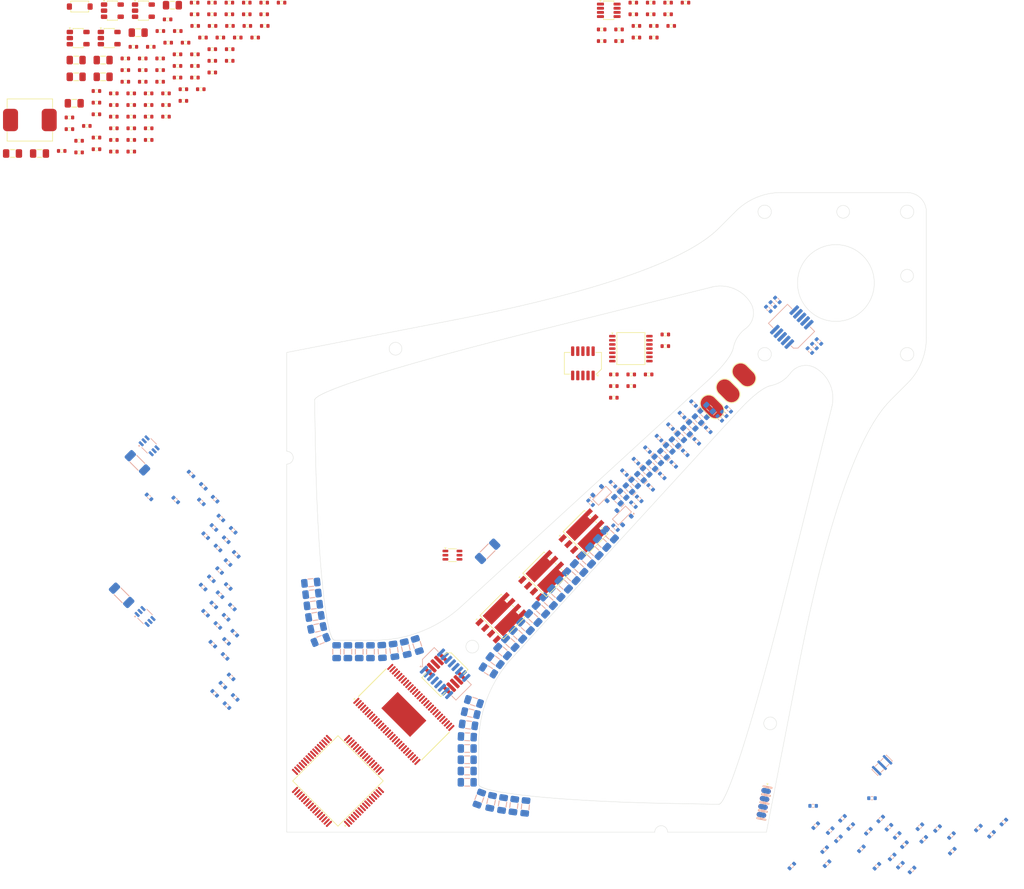
<source format=kicad_pcb>
(kicad_pcb (version 20211014) (generator pcbnew)
  (layers (0 "F.Cu" signal) (31 "B.Cu" signal) (34 "B.Paste" user) (35 "F.Paste" user) (36 "B.SilkS" user "B.Silkscreen") (37 "F.SilkS" user "F.Silkscreen") (38 "B.Mask" user) (39 "F.Mask" user) (44 "Edge.Cuts" user))
  (net 0 "")
  (net 1 "PVDD2")
  (net 2 "GND")
  (net 3 "+3V3")
  (net 4 "/communication/DC_OUT")
  (net 5 "+3.3VA")
  (net 6 "Net-(C52-Pad2)")
  (net 7 "Net-(C53-Pad2)")
  (net 8 "Net-(C54-Pad2)")
  (net 9 "Net-(C55-Pad1)")
  (net 10 "+5VA")
  (net 11 "+2V5")
  (net 12 "+5V")
  (net 13 "Net-(C89-Pad1)")
  (net 14 "Net-(C90-Pad2)")
  (net 15 "Net-(C91-Pad1)")
  (net 16 "Net-(C91-Pad2)")
  (net 17 "Net-(C92-Pad2)")
  (net 18 "Net-(C93-Pad2)")
  (net 19 "Net-(C94-Pad1)")
  (net 20 "VDDA")
  (net 21 "Net-(C97-Pad1)")
  (net 22 "Net-(C97-Pad2)")
  (net 23 "Net-(C99-Pad1)")
  (net 24 "/powerDrivers/SH_A")
  (net 25 "Net-(C105-Pad1)")
  (net 26 "/powerDrivers/SH_B")
  (net 27 "/powerDrivers/SENS_SUPPLY")
  (net 28 "Net-(C110-Pad1)")
  (net 29 "/powerDrivers/SH_C")
  (net 30 "/powerDrivers/SENS_A")
  (net 31 "/powerDrivers/SENS_B")
  (net 32 "/powerDrivers/SENS_C")
  (net 33 "/powerSemicons/CURR_A")
  (net 34 "/powerSemicons/CURR_B")
  (net 35 "/powerSemicons/CURR_C")
  (net 36 "/powerSemicons/TEMP")
  (net 37 "/Proprioception/ENC_PWR")
  (net 38 "/Proprioception/ENC_GND")
  (net 39 "Net-(D1-Pad1)")
  (net 40 "Net-(D2-Pad1)")
  (net 41 "Net-(D3-Pad1)")
  (net 42 "Net-(D4-Pad1)")
  (net 43 "Net-(D5-Pad1)")
  (net 44 "Net-(D6-Pad1)")
  (net 45 "Net-(D7-Pad1)")
  (net 46 "Net-(D8-Pad1)")
  (net 47 "Net-(D9-Pad1)")
  (net 48 "Net-(D10-Pad1)")
  (net 49 "Net-(D11-Pad1)")
  (net 50 "Net-(D12-Pad1)")
  (net 51 "Net-(D13-Pad1)")
  (net 52 "Net-(D14-Pad1)")
  (net 53 "Net-(D15-Pad1)")
  (net 54 "Net-(D16-Pad1)")
  (net 55 "Net-(D17-Pad1)")
  (net 56 "/communication/CANH")
  (net 57 "/communication/CANL")
  (net 58 "/communication/D-")
  (net 59 "/communication/D+")
  (net 60 "/communication/PWM_IN")
  (net 61 "/uController/ENC_MISO")
  (net 62 "/uController/ENC_MOSI")
  (net 63 "/uController/ENC_SCK")
  (net 64 "/uController/ENC_nCS")
  (net 65 "/Proprioception/ENC_MISO")
  (net 66 "/Proprioception/ENC_MOSI")
  (net 67 "/Proprioception/ENC_SCK")
  (net 68 "/Proprioception/ENC_nCS")
  (net 69 "Net-(J5-Pad2)")
  (net 70 "Net-(J5-Pad3)")
  (net 75 "/uController/LED_AMBER")
  (net 76 "Net-(Q1-Pad3)")
  (net 77 "/uController/LED_RED")
  (net 78 "Net-(Q2-Pad3)")
  (net 79 "Net-(Q3-Pad2)")
  (net 80 "Net-(Q3-Pad4)")
  (net 81 "Net-(Q4-Pad2)")
  (net 82 "Net-(Q4-Pad4)")
  (net 83 "Net-(Q5-Pad2)")
  (net 84 "Net-(Q5-Pad4)")
  (net 85 "/communication/CANTX")
  (net 86 "Net-(R1-Pad2)")
  (net 87 "/communication/CANRX")
  (net 88 "Net-(R2-Pad2)")
  (net 89 "Net-(R4-Pad2)")
  (net 90 "Net-(R5-Pad2)")
  (net 91 "/communication/USBD+")
  (net 92 "/communication/USBD-")
  (net 93 "Net-(R12-Pad1)")
  (net 94 "Net-(R13-Pad1)")
  (net 95 "Net-(R36-Pad2)")
  (net 96 "Net-(R37-Pad2)")
  (net 97 "Net-(R38-Pad2)")
  (net 98 "Net-(R39-Pad2)")
  (net 99 "Net-(R40-Pad2)")
  (net 100 "Net-(R41-Pad2)")
  (net 101 "Net-(R42-Pad2)")
  (net 102 "Net-(R43-Pad2)")
  (net 103 "Net-(R44-Pad2)")
  (net 104 "Net-(R45-Pad2)")
  (net 105 "Net-(R46-Pad2)")
  (net 106 "Net-(R51-Pad2)")
  (net 107 "Net-(R52-Pad2)")
  (net 108 "Net-(R55-Pad2)")
  (net 109 "/powerDrivers/FAULT")
  (net 110 "/powerDrivers/EN_GATE")
  (net 111 "Net-(R60-Pad2)")
  (net 112 "Net-(R61-Pad2)")
  (net 113 "/powerDrivers/GH_A")
  (net 114 "/powerDrivers/GH_B")
  (net 115 "/powerDrivers/GH_C")
  (net 116 "/powerSemicons/PH_A")
  (net 117 "/powerSemicons/PH_B")
  (net 118 "/powerSemicons/PH_C")
  (net 119 "/powerDrivers/GL_A")
  (net 120 "/powerDrivers/GL_B")
  (net 121 "/powerDrivers/GL_C")
  (net 122 "Net-(R77-Pad1)")
  (net 123 "Net-(R77-Pad2)")
  (net 124 "Net-(R78-Pad1)")
  (net 125 "Net-(R78-Pad2)")
  (net 126 "Net-(R79-Pad1)")
  (net 127 "Net-(R79-Pad2)")
  (net 128 "/powerDrivers/SENSE_FILTERED")
  (net 131 "Net-(U2-Pad5)")
  (net 132 "Net-(U2-Pad6)")
  (net 136 "TX_SCL_MOSI")
  (net 141 "/powerDrivers/INL_A")
  (net 142 "/powerDrivers/INL_B")
  (net 143 "/powerDrivers/INL_C")
  (net 144 "/powerDrivers/CS")
  (net 145 "/powerDrivers/INH_A")
  (net 146 "/powerDrivers/INH_B")
  (net 147 "/powerDrivers/INH_C")
  (net 149 "/powerDrivers/SCK")
  (net 152 "/powerSemicons/CURR_FILTER")
  (net 153 "/powerDrivers/SDO")
  (net 154 "/powerDrivers/SDI")
  (footprint "CoF_Capacitor:C-0805" (layer "F.Cu") (at 61.33 43.89)
    (fp_text reference "C81" hide)
    (fp_text value "22uF")
  )
  (footprint "CoF_Resistor:R-0402" (layer "F.Cu") (at 91.07 27.58)
    (fp_text reference "R47" hide)
    (fp_text value "4.7K")
  )
  (footprint "CoF_Capacitor:C-0402" (layer "F.Cu") (at 85.58 20.3)
    (fp_text reference "C112" hide)
    (fp_text value "100pF")
  )
  (footprint "CoF_Resistor:R-0402" (layer "F.Cu") (at 154.18 22.12)
    (fp_text reference "R9" hide)
    (fp_text value "100R")
  )
  (footprint "CoF_Capacitor:C-0402" (layer "F.Cu") (at 81.36 22.92)
    (fp_text reference "C89" hide)
    (fp_text value "6.8pF")
  )
  (footprint "CoF_Capacitor:C-0402" (layer "F.Cu") (at 83.83 33.84)
    (fp_text reference "C100" hide)
    (fp_text value "1uF")
  )
  (footprint "CoF_Capacitor:C-0402" (layer "F.Cu") (at 86.89 25.76)
    (fp_text reference "C74" hide)
    (fp_text value "1uF")
  )
  (footprint "CoF_Connector:SolderPt_2.5x4mm" (layer "F.Cu") (at 166.5 83.5 -45)
    (fp_text reference "SP3" hide)
    (fp_text value "C")
  )
  (footprint "CoF_Capacitor:C-0402" (layer "F.Cu") (at 159.1875 74.0075)
    (fp_text reference "C154" hide)
    (fp_text value "1uF")
  )
  (footprint "CoF_Capacitor:C-0402" (layer "F.Cu") (at 156.9 22.12)
    (fp_text reference "C28" hide)
    (fp_text value "1uF")
  )
  (footprint "CoF_Capacitor:C-0402" (layer "F.Cu") (at 88.35 31.22)
    (fp_text reference "C98" hide)
    (fp_text value "10nF")
  )
  (footprint "CoF_SmallOutline:SOT-23-5" (layer "F.Cu") (at 72.2225 25.8425)
    (fp_text reference "U3" hide)
    (fp_text value "AP2127")
  )
  (footprint "CoF_Resistor:R-0402" (layer "F.Cu") (at 78.39 38.13)
    (fp_text reference "R63" hide)
    (fp_text value "10K")
  )
  (footprint "CoF_Capacitor:C-0402" (layer "F.Cu") (at 99.18 20.3)
    (fp_text reference "C103" hide)
    (fp_text value "1uF")
  )
  (footprint "CoF_Capacitor:C-0805" (layer "F.Cu") (at 71.28 29.28)
    (fp_text reference "C82" hide)
    (fp_text value "22uF")
  )
  (footprint "CoF_Capacitor:C-0402" (layer "F.Cu") (at 91.11 23.94)
    (fp_text reference "C79" hide)
    (fp_text value "1uF")
  )
  (footprint "CoF_Resistor:R-0402" (layer "F.Cu") (at 80.19 32.67)
    (fp_text reference "R52" hide)
    (fp_text value "18K")
  )
  (footprint "CoF_Capacitor:C-0402" (layer "F.Cu") (at 157.39 23.94)
    (fp_text reference "C31" hide)
    (fp_text value "1uF")
  )
  (footprint "CoF_Connector:SolderPt_2.5x4mm" (layer "F.Cu") (at 171.5 78.5 -45)
    (fp_text reference "SP1" hide)
    (fp_text value "A")
  )
  (footprint "CoF_Resistor:R-0402" (layer "F.Cu") (at 66.01 38.26)
    (fp_text reference "R37" hide)
    (fp_text value "10K")
  )
  (footprint "CoF_SmallOutline:HTSSOP-56-EP" (layer "F.Cu") (at 118.3 131.6 45)
    (fp_text reference "U7" hide)
    (fp_text value "DRV8301")
  )
  (footprint "CoF_Resistor:R-0402" (layer "F.Cu") (at 91.02 22.12)
    (fp_text reference "R36" hide)
    (fp_text value "0R")
  )
  (footprint "CoF_Capacitor:C-0402" (layer "F.Cu") (at 76.01 27.21)
    (fp_text reference "C111" hide)
    (fp_text value "100pF")
  )
  (footprint "CoF_Capacitor:C-0402" (layer "F.Cu") (at 154.67 23.94)
    (fp_text reference "C27" hide)
    (fp_text value "1uF")
  )
  (footprint "CoF_Connector:524651071" (layer "F.Cu") (at 146.3 76.7)
    (fp_text reference "J4" hide)
    (fp_text value "0524651071")
  )
  (footprint "CoF_Capacitor:C-0805" (layer "F.Cu") (at 67.06 29.28)
    (fp_text reference "C86" hide)
    (fp_text value "22uF")
  )
  (footprint "CoF_Capacitor:C-0402" (layer "F.Cu") (at 81.11 36.31)
    (fp_text reference "C66" hide)
    (fp_text value "100nF")
  )
  (footprint "CoF_Resistor:R-0402" (layer "F.Cu") (at 75.68 39.95)
    (fp_text reference "R60" hide)
    (fp_text value "10K")
  )
  (footprint "CoF_Resistor:R-0402" (layer "F.Cu") (at 67.52 43.72)
    (fp_text reference "R51" hide)
    (fp_text value "680R")
  )
  (footprint "CoF_Capacitor:C-0402" (layer "F.Cu") (at 151.1375 82.0775)
    (fp_text reference "C156" hide)
    (fp_text value "100nF")
  )
  (footprint "CoF_Capacitor:C-0402" (layer "F.Cu") (at 78.73 27.21)
    (fp_text reference "C56" hide)
    (fp_text value "1uF")
  )
  (footprint "CoF_Connector:0533071071" (layer "F.Cu") (at 124.75 125.25 45)
    (fp_text reference "J2" hide)
    (fp_text value "0533071071")
  )
  (footprint "CoF_SmallOutline:TSSOP-14" (layer "F.Cu") (at 153.8 74.4)
    (fp_text reference "U11" hide)
    (fp_text value "AS5047P")
  )
  (footprint "CoF_Resistor:R-0402" (layer "F.Cu") (at 91.02 20.3)
    (fp_text reference "R40" hide)
    (fp_text value "0R")
  )
  (footprint "CoF_SmallOutline:SOT-23-5" (layer "F.Cu") (at 72.7225 21.5525)
    (fp_text reference "U6" hide)
    (fp_text value "AP2127")
  )
  (footprint "CoF_Resistor:R-0402" (layer "F.Cu") (at 82.91 28.38)
    (fp_text reference "R50" hide)
    (fp_text value "1K")
  )
  (footprint "CoF_Capacitor:C-0402" (layer "F.Cu") (at 81.11 34.49)
    (fp_text reference "C62" hide)
    (fp_text value "100nF")
  )
  (footprint "CoF_Resistor:R-0402" (layer "F.Cu") (at 151.1375 80.2575)
    (fp_text reference "R87" hide)
    (fp_text value "10K")
  )
  (footprint "CoF_Capacitor:C-0402" (layer "F.Cu") (at 64.8 43.49)
    (fp_text reference "C90" hide)
    (fp_text value "6.8nF")
  )
  (footprint "CoF_Inductor:L-7.1-6.6" (layer "F.Cu") (at 59.8225 38.6525)
    (fp_text reference "L1" hide)
    (fp_text value "22uH")
  )
  (footprint "CoF_Resistor:R-0402" (layer "F.Cu") (at 84.17 26.56)
    (fp_text reference "R49" hide)
    (fp_text value "100R")
  )
  (footprint "CoF_Capacitor:C-0402" (layer "F.Cu") (at 159.62 20.3)
    (fp_text reference "C29" hide)
    (fp_text value "1uF")
  )
  (footprint "CoF_Capacitor:C-0402" (layer "F.Cu") (at 88.3 22.12)
    (fp_text reference "C77" hide)
    (fp_text value "1uF")
  )
  (footprint "CoF_Resistor:R-0402" (layer "F.Cu") (at 80.19 30.85)
    (fp_text reference "R46" hide)
    (fp_text value "2.2K")
  )
  (footprint "CoF_Resistor:R-0402" (layer "F.Cu") (at 78.39 34.49)
    (fp_text reference "R53" hide)
    (fp_text value "3.3K")
  )
  (footprint "CoF_Capacitor:C-0402" (layer "F.Cu") (at 85.63 28.38)
    (fp_text reference "C107" hide)
    (fp_text value "100nF")
  )
  (footprint "CoF_Capacitor:C-0402" (layer "F.Cu") (at 81.45 26.56)
    (fp_text reference "C61" hide)
    (fp_text value "1uF")
  )
  (footprint "CoF_Connector:SolderPt_2.5x4mm" (layer "F.Cu") (at 169 81 -45)
    (fp_text reference "SP2" hide)
    (fp_text value "B")
  )
  (footprint "CoF_Capacitor:C-0402" (layer "F.Cu") (at 85.67 23.94)
    (fp_text reference "C76" hide)
    (fp_text value "1uF")
  )
  (footprint "CoF_Capacitor:C-0402" (layer "F.Cu") (at 66.01 40.08)
    (fp_text reference "C57" hide)
    (fp_text value "1uF")
  )
  (footprint "CoF_Capacitor:C-0402" (layer "F.Cu") (at 89.61 25.76)
    (fp_text reference "C71" hide)
    (fp_text value "10nF")
  )
  (footprint "CoF_Capacitor:C-0402" (layer "F.Cu") (at 83.83 35.66)
    (fp_text reference "C97" hide)
    (fp_text value "10nF")
  )
  (footprint "CoF_Capacitor:C-0402" (layer "F.Cu") (at 96.55 23.94)
    (fp_text reference "C94" hide)
    (fp_text value "1uF")
  )
  (footprint "CoF_Capacitor:C-0402" (layer "F.Cu") (at 153.8575 80.2575)
    (fp_text reference "C155" hide)
    (fp_text value "1uF")
  )
  (footprint "CoF_Capacitor:C-0402" (layer "F.Cu") (at 96.46 22.12)
    (fp_text reference "C102" hide)
    (fp_text value "1uF")
  )
  (footprint "CoF_Capacitor:C-0402" (layer "F.Cu") (at 86.55 33.84)
    (fp_text reference "C105" hide)
    (fp_text value "100nF")
  )
  (footprint "CoF_Resistor:R-0402" (layer "F.Cu") (at 151.95 26.31)
    (fp_text reference "R3" hide)
    (fp_text value "1K")
  )
  (footprint "CoF_Resistor:R-0402" (layer "F.Cu") (at 85.58 22.12)
    (fp_text reference "R59" hide)
    (fp_text value "2.2K")
  )
  (footprint "CoF_Capacitor:C-0402" (layer "F.Cu") (at 93.83 23.94)
    (fp_text reference "C67" hide)
    (fp_text value "10nF")
  )
  (footprint "CoF_Resistor:R-0402" (layer "F.Cu") (at 70.24 43.22)
    (fp_text reference "R56" hide)
    (fp_text value "10K")
  )
  (footprint "CoF_SmallOutline:SOT-363" (layer "F.Cu") (at 125.9 106.7)
    (fp_text reference "U9" hide)
    (fp_text value "INA199A1")
  )
  (footprint "CoF_Capacitor:C-0402" (layer "F.Cu") (at 82.95 24.74)
    (fp_text reference "C109" hide)
    (fp_text value "100pF")
  )
  (footprint "CoF_Resistor:R-0402" (layer "F.Cu") (at 159.1875 72.1875)
    (fp_text reference "R88" hide)
    (fp_text value "10K")
  )
  (footprint "CoF_SmallOutline:SOT-1205" (layer "F.Cu") (at 140.4 109.7 -45)
    (fp_text reference "Q5" hide)
    (fp_text value "BUK7V4R2")
  )
  (footprint "CoF_Capacitor:C-0402" (layer "F.Cu") (at 154.67 25.76)
    (fp_text reference "C30" hide)
    (fp_text value "1uF")
  )
  (footprint "CoF_Resistor:R-0402" (layer "F.Cu") (at 75.67 38.13)
    (fp_text reference "R42" hide)
    (fp_text value "0R")
  )
  (footprint "CoF_Resistor:R-0402" (layer "F.Cu") (at 80.19 29.03)
    (fp_text reference "R64" hide)
    (fp_text value "10K")
  )
  (footprint "CoF_Capacitor:C-0402" (layer "F.Cu") (at 85.63 32.02)
    (fp_text reference "C59" hide)
    (fp_text value "10nF")
  )
  (footprint "CoF_Capacitor:C-0402" (layer "F.Cu") (at 95.05 25.76)
    (fp_text reference "C110" hide)
    (fp_text value "100nF")
  )
  (footprint "CoF_Capacitor:C-0805" (layer "F.Cu") (at 57.11 43.89)
    (fp_text reference "C88" hide)
    (fp_text value "22uF")
  )
  (footprint "CoF_Capacitor:C-0402" (layer "F.Cu") (at 159.62 22.12)
    (fp_text reference "C32" hide)
    (fp_text value "1uF")
  )
  (footprint "CoF_Capacitor:C-0402" (layer "F.Cu") (at 78.39 36.31)
    (fp_text reference "C69" hide)
    (fp_text value "1uF")
  )
  (footprint "CoF_Resistor:R-0402" (layer "F.Cu") (at 72.96 43.59)
    (fp_text reference "R61" hide)
    (fp_text value "0R")
  )
  (footprint "CoF_Capacitor:C-0402" (layer "F.Cu") (at 156.9 20.3)
    (fp_text reference "C33" hide)
    (fp_text value "100nF")
  )
  (footprint "CoF_Capacitor:C-0402" (layer "F.Cu") (at 78.4 39.95)
    (fp_text reference "C101" hide)
    (fp_text value "1uF")
  )
  (footprint "CoF_Resistor:R-0402" (layer "F.Cu") (at 149.23 26.31)
    (fp_text reference "R2" hide)
    (fp_text value "22R")
  )
  (footprint "CoF_Capacitor:C-0402" (layer "F.Cu") (at 68.73 39.58)
    (fp_text reference "C60" hide)
    (fp_text value "1uF")
  )
  (footprint "CoF_Resistor:R-0402" (layer "F.Cu") (at 70.23 35.94)
    (fp_text reference "R65" hide)
    (fp_text value "2.2K")
  )
  (footprint "CoF_Resistor:R-0402" (layer "F.Cu") (at 151.95 24.49)
    (fp_text reference "R1" hide)
    (fp_text value "22R")
  )
  (footprint "CoF_Resistor:R-0402" (layer "F.Cu") (at 162.34 20.3)
    (fp_text reference "R6" hide)
    (fp_text value "3.3K")
  )
  (footprint "CoF_Resistor:R-0402" (layer "F.Cu") (at 72.95 34.49)
    (fp_text reference "R67" hide)
    (fp_text value "2.2K")
  )
  (footprint "CoF_Capacitor:C-0402" (layer "F.Cu") (at 156.5775 78.4375)
    (fp_text reference "C157" hide)
    (fp_text value "100nF")
  )
  (footprint "CoF_Resistor:R-0402" (layer "F.Cu") (at 153.8575 78.4375)
    (fp_text reference "R90" hide)
    (fp_text value "10K")
  )
  (footprint "CoF_Capacitor:C-0805" (layer "F.Cu") (at 76.76 24.99)
    (fp_text reference "C87" hide)
    (fp_text value "22uF")
  )
  (footprint "CoF_Capacitor:C-0402" (layer "F.Cu") (at 92.33 25.76)
    (fp_text reference "C91" hide)
    (fp_text value "100nF")
  )
  (footprint "CoF_Capacitor:C-0402" (layer "F.Cu") (at 72.96 41.77)
    (fp_text reference "C78" hide)
    (fp_text value "1uF")
  )
  (footprint "CoF_Resistor:R-0402" (layer "F.Cu") (at 72.95 38.13)
    (fp_text reference "R41" hide)
    (fp_text value "10K")
  )
  (footprint "CoF_Capacitor:C-0402" (layer "F.Cu") (at 75.67 36.31)
    (fp_text reference "C65" hide)
    (fp_text value "1uF")
  )
  (footprint "CoF_Capacitor:C-0402" (layer "F.Cu") (at 88.39 23.94)
    (fp_text reference "C75" hide)
    (fp_text value "1uF")
  )
  (footprint "CoF_Capacitor:C-0402" (layer "F.Cu") (at 93.74 22.12)
    (fp_text reference "C63" hide)
    (fp_text value "10nF")
  )
  (footprint "CoF_Capacitor:C-0402" (layer "F.Cu") (at 75.68 43.59)
    (fp_text reference "C104" hide)
    (fp_text value "1uF")
  )
  (footprint "CoF_Resistor:R-0402" (layer "F.Cu") (at 74.75 32.67)
    (fp_text reference "R58" hide)
    (fp_text value "10K")
  )
  (footprint "CoF_Resistor:R-0402" (layer "F.Cu") (at 80.23 24.74)
    (fp_text reference "R62" hide)
    (fp_text value "10K")
  )
  (footprint "CoF_Resistor:R-0402" (layer "F.Cu") (at 67.52 41.9)
    (fp_text reference "R45" hide)
    (fp_text value "3.3K")
  )
  (footprint "CoF_Resistor:R-0402" (layer "F.Cu") (at 82.91 30.2)
    (fp_text reference "R57" hide)
    (fp_text value "10K")
  )
  (footprint "CoF_Diode:SOD-123" (layer "F.Cu") (at 67.6225 20.9125)
    (fp_text reference "D18" hide)
    (fp_text value "B5819W")
  )
  (footprint "CoF_SmallOutline:SOT-23-5" (layer "F.Cu") (at 67.3725 25.8425)
    (fp_text reference "U4" hide)
    (fp_text value "AP2127")
  )
  (footprint "CoF_Capacitor:C-0805" (layer "F.Cu") (at 71.28 31.9)
    (fp_text reference "C83" hide)
    (fp_text value "22uF")
  )
  (footprint "CoF_Resistor:R-0402" (layer "F.Cu") (at 70.23 34.12)
    (fp_text reference "R44" hide)
    (fp_text value "2.2K")
  )
  (footprint "CoF_Capacitor:C-0402" (layer "F.Cu") (at 70.24 41.4)
    (fp_text reference "C64" hide)
    (fp_text value "1uF")
  )
  (footprint "CoF_Resistor:R-0402" (layer "F.Cu") (at 77.47 30.85)
    (fp_text reference "R38" hide)
    (fp_text value "0R")
  )
  (footprint "CoF_Resistor:R-0402" (layer "F.Cu") (at 74.75 29.03)
    (fp_text reference "R48" hide)
    (fp_text value "1K")
  )
  (footprint "CoF_Capacitor:C-0402" (layer "F.Cu") (at 77.47 32.67)
    (fp_text reference "C72" hide)
    (fp_text value "1uF")
  )
  (footprint "CoF_Capacitor:C-0402" (layer "F.Cu") (at 78.4 41.77)
    (fp_text reference "C99" hide)
    (fp_text value "100nF")
  )
  (footprint "CoF_Resistor:R-0402" (layer "F.Cu") (at 81.11 38.13)
    (fp_text reference "R43" hide)
    (fp_text value "10K")
  )
  (footprint "CoF_SmallOutline:TSOT-23-8" (layer "F.Cu") (at 150.3425 21.5025)
    (fp_text reference "U1" hide)
    (fp_text value "TCAN330")
  )
  (footprint "CoF_Capacitor:C-0402" (layer "F.Cu") (at 82.91 32.02)
    (fp_text reference "C70" hide)
    (fp_text value "100nF")
  )
  (footprint "CoF_Capacitor:C-0402" (layer "F.Cu") (at 77.47 29.03)
    (fp_text reference "C92" hide)
    (fp_text value "10nF")
  )
  (footprint "CoF_Capacitor:C-0402" (layer "F.Cu") (at 91.07 29.4)
    (fp_text reference "C95" hide)
    (fp_text value "1uF")
  )
  (footprint "CoF_Resistor:R-0402" (layer "F.Cu") (at 72.95 36.31)
    (fp_text reference "R39" hide)
    (fp_text value "18K")
  )
  (footprint "CoF_Resistor:R-0402" (layer "F.Cu") (at 96.46 20.3)
    (fp_text reference "R66" hide)
    (fp_text value "2.2K")
  )
  (footprint "CoF_Capacitor:C-0805" (layer "F.Cu") (at 82.11 20.7)
    (fp_text reference "C85" hide)
    (fp_text value "22uF")
  )
  (footprint "CoF_Capacitor:C-0402" (layer "F.Cu") (at 75.67 34.49)
    (fp_text reference "C73" hide)
    (fp_text value "1uF")
  )
  (footprint "CoF_Capacitor:C-0402" (layer "F.Cu") (at 72.96 39.95)
    (fp_text reference "C68" hide)
    (fp_text value "1uF")
  )
  (footprint "CoF_Capacitor:C-0402" (layer "F.Cu") (at 85.63 30.2)
    (fp_text reference "C106" hide)
    (fp_text value "100nF")
  )
  (footprint "CoF_QuadFlat:LQFP-64" (layer "F.Cu") (at 108 142 135)
    (fp_text reference "U2" hide)
    (fp_text value "STM32F405RGTx")
  )
  (footprint "CoF_Capacitor:C-0402" (layer "F.Cu") (at 75.68 41.77)
    (fp_text reference "C58" hide)
    (fp_text value "100nF")
  )
  (footprint "CoF_Capacitor:C-0402" (layer "F.Cu") (at 74.75 30.85)
    (fp_text reference "C113" hide)
    (fp_text value "100pF")
  )
  (footprint "CoF_Connector:SoicBite" (layer "F.Cu") (at 175.319085 145.577302 79)
    (fp_text reference "J5" hide)
    (fp_text value "SoicBite")
  )
  (footprint "CoF_Resistor:R-0402" (layer "F.Cu") (at 154.18 20.3)
    (fp_text reference "R5" hide)
    (fp_text value "10K")
  )
  (footprint "CoF_Capacitor:C-0402" (layer "F.Cu") (at 88.35 29.4)
    (fp_text reference "C93" hide)
    (fp_text value "1uF")
  )
  (footprint "CoF_Resistor:R-0402" (layer "F.Cu") (at 151.1375 78.4375)
    (fp_text reference "R89" hide)
    (fp_text value "10K")
  )
  (footprint "CoF_Resistor:R-0402" (layer "F.Cu") (at 157.39 25.76)
    (fp_text reference "R7" hide)
    (fp_text value "22R")
  )
  (footprint "CoF_SmallOutline:SOT-1205" (layer "F.Cu") (at 146.7 103.2 -45)
    (fp_text reference "Q3" hide)
    (fp_text value "BUK7V4R2")
  )
  (footprint "CoF_Capacitor:C-0805" (layer "F.Cu") (at 66.76 36.04)
    (fp_text reference "C84" hide)
    (fp_text value "22uF")
  )
  (footprint "CoF_Capacitor:C-0402" (layer "F.Cu") (at 93.74 20.3)
    (fp_text reference "C108" hide)
    (fp_text value "100nF")
  )
  (footprint "CoF_Resistor:R-0402" (layer "F.Cu") (at 149.23 24.49)
    (fp_text reference "R4" hide)
    (fp_text value "10K")
  )
  (footprint "CoF_Capacitor:C-0805" (layer "F.Cu") (at 67.06 31.9)
    (fp_text reference "C80" hide)
    (fp_text value "22uF")
  )
  (footprint "CoF_Resistor:R-0402" (layer "F.Cu") (at 160.11 23.94)
    (fp_text reference "R8" hide)
    (fp_text value "22R")
  )
  (footprint "CoF_SmallOutline:SOT-23-5" (layer "F.Cu") (at 77.5725 21.5525)
    (fp_text reference "U5" hide)
    (fp_text value "AP2127")
  )
  (footprint "CoF_SmallOutline:SOT-1205" (layer "F.Cu") (at 133.7 116.3 -45)
    (fp_text reference "Q4" hide)
    (fp_text value "BUK7V4R2")
  )
  (footprint "CoF_Resistor:R-0402" (layer "F.Cu") (at 70.23 37.76)
    (fp_text reference "R54" hide)
    (fp_text value "100K")
  )
  (footprint "CoF_Capacitor:C-0402" (layer "F.Cu") (at 88.35 27.58)
    (fp_text reference "C96" hide)
    (fp_text value "1uF")
  )
  (footprint "CoF_Resistor:R-0402" (layer "F.Cu") (at 88.3 20.3)
    (fp_text reference "R55" hide)
    (fp_text value "200K")
  )
  (footprint "CoF_Resistor:R-0402" (layer "B.Cu") (at 91.866654 118.894871 -45)
    (fp_text reference "R74" hide)
    (fp_text value "1R")
  )
  (footprint "CoF_Capacitor:C-0402" (layer "B.Cu") (at 192.868195 147.953482 -135)
    (fp_text reference "C37" hide)
    (fp_text value "100nF")
  )
  (footprint "CoF_Resistor:R-0402" (layer "B.Cu") (at 91.930294 128.942859 -45)
    (fp_text reference "R68" hide)
    (fp_text value "1R")
  )
  (footprint "CoF_Diode:LED-0603" (layer "B.Cu") (at 156.2 93.6 -45)
    (fp_text reference "D12" hide)
    (fp_text value "LED_R")
  )
  (footprint "CoF_Resistor:R-0402" (layer "B.Cu") (at 154.6 92 135)
    (fp_text reference "R26" hide)
    (fp_text value "1K")
  )
  (footprint "CoF_Capacitor:C-0402" (layer "B.Cu") (at 176 67.5 135)
    (fp_text reference "C22" hide)
    (fp_text value "1uF")
  )
  (footprint "CoF_Resistor:R-0402" (layer "B.Cu") (at 161.8 84.8 135)
    (fp_text reference "R18" hide)
    (fp_text value "2.2K")
  )
  (footprint "CoF_Capacitor:C-0402" (layer "B.Cu") (at 88.430115 120.60607 -45)
    (fp_text reference "C143" hide)
    (fp_text value "1uF")
  )
  (footprint "CoF_Capacitor:C-0805" (layer "B.Cu") (at 103.94 112.75 7)
    (fp_text reference "C136" hide)
    (fp_text value "22uF")
  )
  (footprint "CoF_Resistor:R-0402" (layer "B.Cu") (at 167.7 85.3 -45)
    (fp_text reference "R15" hide)
    (fp_text value "3.3K")
  )
  (footprint "CoF_Capacitor:C-0805" (layer "B.Cu") (at 104.4 116.28 9)
    (fp_text reference "C1" hide)
    (fp_text value "22uF")
  )
  (footprint "CoF_Capacitor:C-0805" (layer "B.Cu") (at 139.73 115.22 -42.5)
    (fp_text reference "C123" hide)
    (fp_text value "22uF")
  )
  (footprint "CoF_Capacitor:C-0402" (layer "B.Cu") (at 178.966476 155.307392 -135)
    (fp_text reference "C52" hide)
    (fp_text value "100nF")
  )
  (footprint "CoF_Capacitor:C-0402" (layer "B.Cu") (at 199.599852 151.135462 -135)
    (fp_text reference "C50" hide)
    (fp_text value "100nF")
  )
  (footprint "CoF_Resistor:R-0402" (layer "B.Cu") (at 156.9 96.1 -45)
    (fp_text reference "R27" hide)
    (fp_text value "1K")
  )
  (footprint "CoF_SmallOutline:SOT-23" (layer "B.Cu") (at 149.312132 97.412132 -45)
    (fp_text reference "Q2" hide)
    (fp_text value "AO3400A")
  )
  (footprint "CoF_Resistor:R-0402" (layer "B.Cu") (at 151 95.6 135)
    (fp_text reference "R30" hide)
    (fp_text value "3.3K")
  )
  (footprint "CoF_Capacitor:C-0805" (layer "B.Cu") (at 128.75563 131.4 -13)
    (fp_text reference "C9" hide)
    (fp_text value "22uF")
  )
  (footprint "CoF_Capacitor:C-0805" (layer "B.Cu") (at 116.759173 121.58 98)
    (fp_text reference "C13" hide)
    (fp_text value "22uF")
  )
  (footprint "CoF_Capacitor:C-0805" (layer "B.Cu") (at 148.09 106.09 -42.5)
    (fp_text reference "C116" hide)
    (fp_text value "22uF")
  )
  (footprint "CoF_Diode:LED-0603" (layer "B.Cu") (at 155.3 94.5 135)
    (fp_text reference "D13" hide)
    (fp_text value "LED_A")
  )
  (footprint "CoF_Resistor:R-0402" (layer "B.Cu") (at 154.2 98.8 -45)
    (fp_text reference "R31" hide)
    (fp_text value "3.3K")
  )
  (footprint "CoF_Capacitor:C-0805" (layer "B.Cu") (at 128.21 138.69)
    (fp_text reference "C5" hide)
    (fp_text value "22uF")
  )
  (footprint "CoF_Capacitor:C-0402" (layer "B.Cu") (at 194.15513 149.240416 -135)
    (fp_text reference "C41" hide)
    (fp_text value "100nF")
  )
  (footprint "CoF_Capacitor:C-0805" (layer "B.Cu") (at 134.95 120.44 -42.5)
    (fp_text reference "C127" hide)
    (fp_text value "22uF")
  )
  (footprint "CoF_Capacitor:C-0805" (layer "B.Cu") (at 140.93 113.91 -42.5)
    (fp_text reference "C122" hide)
    (fp_text value "22uF")
  )
  (footprint "CoF_Resistor:R-1206" (layer "B.Cu") (at 74.167772 112.976388 -45)
    (fp_text reference "R73" hide)
    (fp_text value "2mR")
  )
  (footprint "CoF_Capacitor:C-0805" (layer "B.Cu") (at 137.3 146.064522 84)
    (fp_text reference "C135" hide)
    (fp_text value "22uF")
  )
  (footprint "CoF_Capacitor:C-0805" (layer "B.Cu") (at 133.74 145.61 81)
    (fp_text reference "C133" hide)
    (fp_text value "22uF")
  )
  (footprint "CoF_Resistor:R-0402" (layer "B.Cu") (at 90.64336 130.229793 -45)
    (fp_text reference "R75" hide)
    (fp_text value "1R")
  )
  (footprint "CoF_Resistor:R-0402" (layer "B.Cu") (at 164.1 88.9 -45)
    (fp_text reference "R19" hide)
    (fp_text value "1K")
  )
  (footprint "CoF_Capacitor:C-0402" (layer "B.Cu") (at 182.5 74 -45)
    (fp_text reference "C25" hide)
    (fp_text value "1uF")
  )
  (footprint "CoF_Capacitor:C-0402" (layer "B.Cu") (at 90.57972 120.181806 -45)
    (fp_text reference "C145" hide)
    (fp_text value "100nF")
  )
  (footprint "CoF_Resistor:R-0402" (layer "B.Cu") (at 151.4 102.4 -45)
    (fp_text reference "R34" hide)
    (fp_text value "10K")
  )
  (footprint "CoF_Capacitor:C-0805" (layer "B.Cu") (at 107.79 121.79 90)
    (fp_text reference "C18" hide)
    (fp_text value "22uF")
  )
  (footprint "CoF_Capacitor:C-0402" (layer "B.Cu") (at 210.199383 150.350574 -135)
    (fp_text reference "C49" hide)
    (fp_text value "100nF")
  )
  (footprint "CoF_Capacitor:C-0402" (layer "B.Cu") (at 78.452839 97.589744 -45)
    (fp_text reference "C149" hide)
    (fp_text value "100nF")
  )
  (footprint "CoF_SmallOutline:SOT-23" (layer "B.Cu") (at 152.4 100.5 135)
    (fp_text reference "Q1" hide)
    (fp_text value "AO3400A")
  )
  (footprint "CoF_Diode:LED-0603" (layer "B.Cu") (at 151.7 98.1 135)
    (fp_text reference "D17" hide)
    (fp_text value "LED_A")
  )
  (footprint "CoF_Capacitor:C-0402" (layer "B.Cu") (at 195.94411 155.173042 -135)
    (fp_text reference "C55" hide)
    (fp_text value "100nF")
  )
  (footprint "CoF_Resistor:R-0402" (layer "B.Cu") (at 155.1 97.9 -45)
    (fp_text reference "R29" hide)
    (fp_text value "2.2K")
  )
  (footprint "CoF_Capacitor:C-0805" (layer "B.Cu") (at 135.5 145.860268 82)
    (fp_text reference "C134" hide)
    (fp_text value "22uF")
  )
  (footprint "CoF_Resistor:R-0402" (layer "B.Cu") (at 90.530223 104.293116 -45)
    (fp_text reference "R83" hide)
    (fp_text value "3.3K")
  )
  (footprint "CoF_Resistor:R-0402" (layer "B.Cu") (at 147.5 98.5 -45)
    (fp_text reference "R35" hide)
    (fp_text value "10K")
  )
  (footprint "CoF_Resistor:R-0402" (layer "B.Cu") (at 88.606892 102.369786 -45)
    (fp_text reference "R81" hide)
    (fp_text value "680R")
  )
  (footprint "CoF_Resistor:R-0402" (layer "B.Cu") (at 90.813065 107.856935 -45)
    (fp_text reference "R77" hide)
    (fp_text value "1K")
  )
  (footprint "CoF_Resistor:R-0402" (layer "B.Cu") (at 182.3 145.9 180)
    (fp_text reference "R12" hide)
    (fp_text value "22R")
  )
  (footprint "CoF_Diode:LED-0603" (layer "B.Cu") (at 164.3 85.5 135)
    (fp_text reference "D3" hide)
    (fp_text value "LED_A")
  )
  (footprint "CoF_Capacitor:C-0402" (layer "B.Cu") (at 192.267155 155.342748 -135)
    (fp_text reference "C54" hide)
    (fp_text value "2.2uF")
  )
  (footprint "CoF_Diode:LED-0603" (layer "B.Cu") (at 159.8 90 -45)
    (fp_text reference "D8" hide)
    (fp_text value "LED_R")
  )
  (footprint "CoF_Resistor:R-0402" (layer "B.Cu") (at 89.561486 112.884464 -45)
    (fp_text reference "R70" hide)
    (fp_text value "1R")
  )
  (footprint "CoF_Capacitor:C-0402" (layer "B.Cu") (at 176.707107 66.792893 135)
    (fp_text reference "C21" hide)
    (fp_text value "1uF")
  )
  (footprint "CoF_Crystal:CSTNE" (layer "B.Cu") (at 193.087399 139.549518 -135)
    (fp_text reference "Y1" hide)
    (fp_text value "CSTNE8M00")
  )
  (footprint "CoF_Capacitor:C-0402" (layer "B.Cu") (at 184.969813 149.770746 -135)
    (fp_text reference "C46" hide)
    (fp_text value "100nF")
  )
  (footprint "CoF_Capacitor:C-0805" (layer "B.Cu") (at 149.3 104.79 -42.5)
    (fp_text reference "C115" hide)
    (fp_text value "22uF")
  )
  (footprint "CoF_Diode:LED-0603" (layer "B.Cu") (at 162.5 87.3 135)
    (fp_text reference "D5" hide)
    (fp_text value "LED_A")
  )
  (footprint "CoF_Capacitor:C-0402" (layer "B.Cu") (at 195.442064 150.52735 -135)
    (fp_text reference "C48" hide)
    (fp_text value "100nF")
  )
  (footprint "CoF_Capacitor:C-0805" (layer "B.Cu") (at 114.902336 121.75863 93)
    (fp_text reference "C14" hide)
    (fp_text value "22uF")
  )
  (footprint "CoF_Capacitor:C-0805" (layer "B.Cu") (at 132.57 123.19 -37)
    (fp_text reference "C129" hide)
    (fp_text value "22uF")
  )
  (footprint "CoF_Capacitor:C-0805" (layer "B.Cu") (at 131.52 124.73 -32)
    (fp_text reference "C130" hide)
    (fp_text value "22uF")
  )
  (footprint "CoF_Resistor:R-0402" (layer "B.Cu") (at 156.4 90.2 135)
    (fp_text reference "R24" hide)
    (fp_text value "680R")
  )
  (footprint "CoF_Capacitor:C-0805" (layer "B.Cu") (at 128.21 140.45)
    (fp_text reference "C4" hide)
    (fp_text value "22uF")
  )
  (footprint "CoF_Resistor:R-0402" (layer "B.Cu") (at 160 86.6 135)
    (fp_text reference "R20" hide)
    (fp_text value "1K")
  )
  (footprint "CoF_Resistor:R-0402" (layer "B.Cu") (at 165.9 87.1 -45)
    (fp_text reference "R17" hide)
    (fp_text value "2.2K")
  )
  (footprint "CoF_SmallOutline:SOT-363" (layer "B.Cu") (at 77.83412 116.285647 -45)
    (fp_text reference "U8" hide)
    (fp_text value "INA199A1")
  )
  (footprint "CoF_Resistor:R-0402" (layer "B.Cu") (at 87.298745 115.769459 -45)
    (fp_text reference "R85" hide)
    (fp_text value "3.3K")
  )
  (footprint "CoF_Capacitor:C-0402" (layer "B.Cu") (at 89.243288 105.580051 -45)
    (fp_text reference "C151" hide)
    (fp_text value "1nF")
  )
  (footprint "CoF_Capacitor:C-0402" (layer "B.Cu") (at 186.893143 147.847416 -135)
    (fp_text reference "C38" hide)
    (fp_text value "100nF")
  )
  (footprint "CoF_Capacitor:C-0805" (layer "B.Cu") (at 105.27 119.95 22)
    (fp_text reference "C19" hide)
    (fp_text value "22uF")
  )
  (footprint "CoF_Resistor:R-0402" (layer "B.Cu") (at 90.353446 122.5294 -45)
    (fp_text reference "R69" hide)
    (fp_text value "1R")
  )
  (footprint "CoF_Capacitor:C-0402" (layer "B.Cu") (at 91.619167 102.808192 -45)
    (fp_text reference "C139" hide)
    (fp_text value "1uF")
  )
  (footprint "CoF_Resistor:R-0402" (layer "B.Cu") (at 191.5 144.7 180)
    (fp_text reference "R13" hide)
    (fp_text value "22R")
  )
  (footprint "CoF_Resistor:R-0402" (layer "B.Cu") (at 194.657176 153.886108 -135)
    (fp_text reference "R10" hide)
    (fp_text value "10K")
  )
  (footprint "CoF_Resistor:R-0402" (layer "B.Cu") (at 158.7 94.3 -45)
    (fp_text reference "R25" hide)
    (fp_text value "680R")
  )
  (footprint "CoF_Resistor:R-0402" (layer "B.Cu") (at 87.319958 103.65672 -45)
    (fp_text reference "T2" hide)
    (fp_text value "B3380")
  )
  (footprint "CoF_Capacitor:C-0805" (layer "B.Cu") (at 103.75 111 6)
    (fp_text reference "C137" hide)
    (fp_text value "22uF")
  )
  (footprint "CoF_Capacitor:C-0402" (layer "B.Cu") (at 203.927345 150.541493 -135)
    (fp_text reference "C47" hide)
    (fp_text value "100nF")
  )
  (footprint "CoF_Resistor:R-0402" (layer "B.Cu") (at 86.916907 111.682382 -45)
    (fp_text reference "R79" hide)
    (fp_text value "1K")
  )
  (footprint "CoF_Capacitor:C-0402" (layer "B.Cu") (at 197.768445 155.922575 -135)
    (fp_text reference "C53" hide)
    (fp_text value "2.2uF")
  )
  (footprint "CoF_Capacitor:C-0402" (layer "B.Cu") (at 184.100071 152.747666 -135)
    (fp_text reference "C34" hide)
    (fp_text value "100nF")
  )
  (footprint "CoF_Capacitor:C-0402" (layer "B.Cu") (at 91.484817 114.807794 -45)
    (fp_text reference "C138" hide)
    (fp_text value "100nF")
  )
  (footprint "CoF_Diode:LED-0603" (layer "B.Cu") (at 158.9 90.9 135)
    (fp_text reference "D9" hide)
    (fp_text value "LED_A")
  )
  (footprint "CoF_Capacitor:C-0805" (layer "B.Cu") (at 128.21 136.93)
    (fp_text reference "C6" hide)
    (fp_text value "22uF")
  )
  (footprint "CoF_Capacitor:C-0805" (layer "B.Cu") (at 104.15 114.5 7)
    (fp_text reference "C2" hide)
    (fp_text value "22uF")
  )
  (footprint "CoF_Capacitor:C-0402" (layer "B.Cu") (at 88.79074 97.943297 -45)
    (fp_text reference "C146" hide)
    (fp_text value "1uF")
  )
  (footprint "CoF_Capacitor:C-0805" (layer "B.Cu") (at 109.55 121.79 90)
    (fp_text reference "C17" hide)
    (fp_text value "22uF")
  )
  (footprint "CoF_Capacitor:C-0805" (layer "B.Cu") (at 146.9 107.4 -42.5)
    (fp_text reference "C117" hide)
    (fp_text value "22uF")
  )
  (footprint "CoF_Capacitor:C-0805" (layer "B.Cu") (at 130.1 144.76 70)
    (fp_text reference "C131" hide)
    (fp_text value "22uF")
  )
  (footprint "CoF_Capacitor:C-0402" (layer "B.Cu") (at 182.7 149 -135)
    (fp_text reference "C44" hide)
    (fp_text value "100nF")
  )
  (footprint "CoF_Diode:LED-0603" (layer "B.Cu") (at 161.6 88.2 -45)
    (fp_text reference "D6" hide)
    (fp_text value "LED_R")
  )
  (footprint "CoF_Capacitor:C-0402" (layer "B.Cu") (at 198.998811 149.162634 -135)
    (fp_text reference "C35" hide)
    (fp_text value "100nF")
  )
  (footprint "CoF_Capacitor:C-0805" (layer "B.Cu") (at 133.74529 121.763941 -41)
    (fp_text reference "C128" hide)
    (fp_text value "22uF")
  )
  (footprint "CoF_Capacitor:C-0402" (layer "B.Cu") (at 85.028932 94.011784 -45)
    (fp_text reference "C148" hide)
    (fp_text value "1uF")
  )
  (footprint "CoF_Diode:LED-0603" (layer "B.Cu") (at 152.6 97.2 -45)
    (fp_text reference "D16" hide)
    (fp_text value "LED_R")
  )
  (footprint "CoF_Resistor:R-0402" (layer "B.Cu") (at 88.585679 114.482525 -45)
    (fp_text reference "R78" hide)
    (fp_text value "1K")
  )
  (footprint "CoF_Resistor:R-0402" (layer "B.Cu") (at 89.490776 109.108514 -45)
    (fp_text reference "R80" hide)
    (fp_text value "680R")
  )
  (footprint "CoF_Capacitor:C-0805" (layer "B.Cu") (at 113.08 121.79 90)
    (fp_text reference "C15" hide)
    (fp_text value "22uF")
  )
  (footprint "CoF_Capacitor:C-0805" (layer "B.Cu") (at 136.14 119.14 -42.5)
    (fp_text reference "C126" hide)
    (fp_text value "22uF")
  )
  (footprint "CoF_Diode:LED-0603" (layer "B.Cu") (at 166.1 83.7 135)
    (fp_text reference "D1" hide)
    (fp_text value "LED_A")
  )
  (footprint "CoF_Capacitor:C-0805" (layer "B.Cu") (at 131.95 145.27 78)
    (fp_text reference "C132" hide)
    (fp_text value "22uF")
  )
  (footprint "CoF_Resistor:R-1206" (layer "B.Cu") (at 76.642645 92.258159 -45)
    (fp_text reference "R71" hide)
    (fp_text value "2mR")
  )
  (footprint "CoF_Capacitor:C-0805" (layer "B.Cu") (at 118.6 121.24437 103)
    (fp_text reference "C12" hide)
    (fp_text value "22uF")
  )
  (footprint "CoF_Capacitor:C-0402" (layer "B.Cu") (at 88.203841 110.395448 -45)
    (fp_text reference "C142" hide)
    (fp_text value "100nF")
  )
  (footprint "CoF_Capacitor:C-0402" (layer "B.Cu") (at 196.580506 151.962777 -135)
    (fp_text reference "C36" hide)
    (fp_text value "100nF")
  )
  (footprint "CoF_Capacitor:C-0805" (layer "B.Cu") (at 120.4 120.74 108)
    (fp_text reference "C11" hide)
    (fp_text value "22uF")
  )
  (footprint "CoF_Capacitor:C-0402" (layer "B.Cu") (at 181.792894 74.707106 -45)
    (fp_text reference "C24" hide)
    (fp_text value "1uF")
  )
  (footprint "CoF_Resistor:R-0402" (layer "B.Cu") (at 169.1 83.9 135)
    (fp_text reference "R33" hide)
    (fp_text value "470R")
  )
  (footprint "CoF_Capacitor:C-0402" (layer "B.Cu") (at 89.222075 117.69279 -45)
    (fp_text reference "C147" hide)
    (fp_text value "100nF")
  )
  (footprint "CoF_Capacitor:C-0805" (layer "B.Cu") (at 111.32 121.79 90)
    (fp_text reference "C16" hide)
    (fp_text value "22uF")
  )
  (footprint "CoF_Capacitor:C-0805" (layer "B.Cu") (at 150.49 103.48 -42.5)
    (fp_text reference "C114" hide)
    (fp_text value "22uF")
  )
  (footprint "CoF_Capacitor:C-0402" (layer "B.Cu") (at 92.1 106.57 -45)
    (fp_text reference "C153" hide)
    (fp_text value "100nF")
  )
  (footprint "CoF_Capacitor:C-0805" (layer "B.Cu") (at 143.3 111.31 -42.5)
    (fp_text reference "C120" hide)
    (fp_text value "22uF")
  )
  (footprint "CoF_Diode:LED-0603" (layer "B.Cu") (at 158 91.8 -45)
    (fp_text reference "D10" hide)
    (fp_text value "LED_R")
  )
  (footprint "CoF_Resistor:R-0402" (layer "B.Cu") (at 152.8 93.8 135)
    (fp_text reference "R28" hide)
    (fp_text value "2.2K")
  )
  (footprint "CoF_Resistor:R-0402" (layer "B.Cu") (at 163.6 83 135)
    (fp_text reference "R16" hide)
    (fp_text value "3.3K")
  )
  (footprint "CoF_Capacitor:C-0805" (layer "B.Cu") (at 128.23 135.1 -3)
    (fp_text reference "C7" hide)
    (fp_text value "22uF")
  )
  (footprint "CoF_Capacitor:C-0805" (layer "B.Cu") (at 128.41 133.24 -8)
    (fp_text reference "C8" hide)
    (fp_text value "22uF")
  )
  (footprint "CoF_Capacitor:C-0805" (layer "B.Cu") (at 144.5 110.01 -42.5)
    (fp_text reference "C119" hide)
    (fp_text value "22uF")
  )
  (footprint "CoF_Capacitor:C-0402" (layer "B.Cu") (at 91.293898 125.732594 -45)
    (fp_text reference "C144" hide)
    (fp_text value "1uF")
  )
  (footprint "CoF_Capacitor:C-0402" (layer "B.Cu") (at 90.848421 111.597529 -45)
    (fp_text reference "C150" hide)
    (fp_text value "1nF")
  )
  (footprint "CoF_Diode:LED-0603" (layer "B.Cu") (at 160.7 89.1 135)
    (fp_text reference "D7" hide)
    (fp_text value "LED_A")
  )
  (footprint "CoF_Diode:LED-0603" (layer "B.Cu") (at 153.5 96.3 135)
    (fp_text reference "D15" hide)
    (fp_text value "LED_A")
  )
  (footprint "CoF_Capacitor:C-0805" (layer "B.Cu") (at 138.53 116.53 -42.5)
    (fp_text reference "C124" hide)
    (fp_text value "22uF")
  )
  (footprint "CoF_Capacitor:C-0402" (layer "B.Cu") (at 190.944865 149.876812 -135)
    (fp_text reference "C45" hide)
    (fp_text value "100nF")
  )
  (footprint "CoF_Capacitor:C-0805" (layer "B.Cu") (at 145.7 108.71 -42.5)
    (fp_text reference "C118" hide)
    (fp_text value "22uF")
  )
  (footprint "CoF_Diode:LED-0603" (layer "B.Cu") (at 157.1 92.7 135)
    (fp_text reference "D11" hide)
    (fp_text value "LED_A")
  )
  (footprint "CoF_Resistor:R-0402" (layer "B.Cu") (at 89.695837 100.884862 -45)
    (fp_text reference "R76" hide)
    (fp_text value "1R")
  )
  (footprint "CoF_Diode:LED-0603" (layer "B.Cu") (at 165.2 84.6 -45)
    (fp_text reference "D2" hide)
    (fp_text value "LED_R")
  )
  (footprint "CoF_Resistor:R-0402" (layer "B.Cu") (at 86.952262 95.935114 -45)
    (fp_text reference "R82" hide)
    (fp_text value "680R")
  )
  (footprint "CoF_Resistor:R-0402" (layer "B.Cu") (at 204.061696 152.981011 -135)
    (fp_text reference "R14" hide)
    (fp_text value "10K")
  )
  (footprint "CoF_Capacitor:C-0402" (layer "B.Cu") (at 186.256747 151.057681 -135)
    (fp_text reference "C51" hide)
    (fp_text value "100nF")
  )
  (footprint "CoF_Resistor:R-0402" (layer "B.Cu") (at 86.641135 98.367562 -45)
    (fp_text reference "R86" hide)
    (fp_text value "10K")
  )
  (footprint "CoF_Capacitor:C-0805" (layer "B.Cu") (at 142.12 112.62 -42.5)
    (fp_text reference "C121" hide)
    (fp_text value "22uF")
  )
  (footprint "CoF_Resistor:R-1206" (layer "B.Cu") (at 131.4 106.1 45)
    (fp_text reference "R72" hide)
    (fp_text value "2mR")
  )
  (footprint "CoF_Resistor:R-0402" (layer "B.Cu") (at 162.3 90.7 -45)
    (fp_text reference "R21" hide)
    (fp_text value "680R")
  )
  (footprint "CoF_Capacitor:C-0805" (layer "B.Cu") (at 128.21 142.21)
    (fp_text reference "C3" hide)
    (fp_text value "22uF")
  )
  (footprint "CoF_Diode:LED-0603" (layer "B.Cu") (at 154.4 95.4 -45)
    (fp_text reference "D14" hide)
    (fp_text value "LED_R")
  )
  (footprint "CoF_Resistor:R-0402" (layer "B.Cu") (at 168.4 84.6 135)
    (fp_text reference "R32" hide)
    (fp_text value "470R")
  )
  (footprint "CoF_Diode:LED-0603" (layer "B.Cu") (at 163.4 86.4 -45)
    (fp_text reference "D4" hide)
    (fp_text value "LED_R")
  )
  (footprint "CoF_Capacitor:C-0402" (layer "B.Cu") (at 201.756528 149.445477 -135)
    (fp_text reference "C42" hide)
    (fp_text value "100nF")
  )
  (footprint "CoF_Resistor:R-0402" (layer "B.Cu") (at 88.720029 128.306463 -45)
    (fp_text reference "R84" hide)
    (fp_text value "3.3K")
  )
  (footprint "CoF_Capacitor:C-0402" (layer "B.Cu") (at 183.207107 73.292893 -45)
    (fp_text reference "C26" hide)
    (fp_text value "1uF" hide)
  )
  (footprint "CoF_Capacitor:C-0402" (layer "B.Cu") (at 82.63184 98.063506 -45)
    (fp_text reference "C152" hide)
    (fp_text value "1nF")
  )
  (footprint "CoF_Capacitor:C-0402" (layer "B.Cu") (at 175.292893 68.207107 135)
    (fp_text reference "C23" hide)
    (fp_text value "1uF")
  )
  (footprint "CoF_Capacitor:C-0402" (layer "B.Cu") (at 90.006964 127.019528 -45)
    (fp_text reference "C141" hide)
    (fp_text value "1uF")
  )
  (footprint "CoF_Resistor:R-0402" (layer "B.Cu") (at 160.5 92.5 -45)
    (fp_text reference "R23" hide)
    (fp_text value "470R")
  )
  (footprint "CoF_Resistor:R-0402" (layer "B.Cu") (at 189.841778 152.620387 -135)
    (fp_text reference "T1" hide)
    (fp_text value "B3380")
  )
  (footprint "CoF_Capacitor:C-0805" (layer "B.Cu") (at 129.26 129.6 -18)
    (fp_text reference "C10" hide)
    (fp_text value "22uF")
  )
  (footprint "CoF_Capacitor:C-0402" (layer "B.Cu") (at 208.141702 149.367695 -135)
    (fp_text reference "C43" hide)
    (fp_text value "100nF")
  )
  (footprint "CoF_Capacitor:C-0402" (layer "B.Cu") (at 212.122713 148.427243 -135)
    (fp_text reference "C39" hide)
    (fp_text value "100nF")
  )
  (footprint "CoF_Connector:524651671" (layer "B.Cu") (at 124.75 125.25 135)
    (fp_text reference "J1" hide)
    (fp_text value "0524651671")
  )
  (footprint "CoF_Resistor:R-0402" (layer "B.Cu") (at 184.474838 154.946768 -135)
    (fp_text reference "R11" hide)
    (fp_text value "100R")
  )
  (footprint "CoF_Connector:0533071071" (layer "B.Cu") (at 178.96 71.04 -45)
    (fp_text reference "J3" hide)
    (fp_text value "0533071071" hide)
  )
  (footprint "CoF_Capacitor:C-0402" (layer "B.Cu") (at 188.180077 149.13435 -135)
    (fp_text reference "C40" hide)
    (fp_text value "100nF")
  )
  (footprint "CoF_Resistor:R-0402" (layer "B.Cu") (at 158.2 88.4 135)
    (fp_text reference "R22" hide)
    (fp_text value "680R")
  )
  (footprint "CoF_Capacitor:C-0402" (layer "B.Cu") (at 90.509009 116.405856 -45)
    (fp_text reference "C140" hide)
    (fp_text value "100nF")
  )
  (footprint "CoF_SmallOutline:SOT-363" (layer "B.Cu") (at 78.470516 89.599437 -45)
    (fp_text reference "U10" hide)
    (fp_text value "INA199A1")
  )
  (footprint "CoF_Capacitor:C-0805" (layer "B.Cu") (at 104.731852 118.07 12)
    (fp_text reference "C20" hide)
    (fp_text value "22uF")
  )
  (footprint "CoF_Capacitor:C-0805" (layer "B.Cu") (at 137.33 117.83 -42.5)
    (fp_text reference "C125" hide)
    (fp_text value "22uF")
  )
  (gr_line (start 177.272077 50) (end 197 50) (layer "Edge.Cuts") (width 0.05))
  (gr_line (start 194.40741 82.462648) (end 193.955303 82.938671) (layer "Edge.Cuts") (width 0.05))
  (gr_line (start 169.684904 74.724515) (end 169.616075 74.888372) (layer "Edge.Cuts") (width 0.05))
  (gr_line (start 175.274511 80.314122) (end 175.110654 80.382951) (layer "Edge.Cuts") (width 0.05))
  (gr_arc (start 199.999999 72.727923) (mid 199.238794 76.554757) (end 197.071067 79.79899) (layer "Edge.Cuts") (width 0.05))
  (gr_line (start 156.454543 61.868468) (end 157.031326 61.64116) (layer "Edge.Cuts") (width 0.05))
  (gr_line (start 132.062907 143.468478) (end 132.274454 143.515318) (layer "Edge.Cuts") (width 0.05))
  (gr_line (start 130.184775 142.807988) (end 130.251851 142.855458) (layer "Edge.Cuts") (width 0.05))
  (gr_line (start 107.381369 119.979362) (end 107.333719 119.953563) (layer "Edge.Cuts") (width 0.05))
  (gr_line (start 168.02018 145.266377) (end 168.083762 145.174524) (layer "Edge.Cuts") (width 0.05))
  (gr_line (start 168.663936 76.402257) (end 168.494731 76.616871) (layer "Edge.Cuts") (width 0.05))
  (gr_line (start 154.647435 62.548024) (end 155.262597 62.3219) (layer "Edge.Cuts") (width 0.05))
  (gr_line (start 137.243911 144.269486) (end 138.933807 144.448286) (layer "Edge.Cuts") (width 0.05))
  (gr_line (start 132.062907 143.468478) (end 131.861678 143.421593) (layer "Edge.Cuts") (width 0.05))
  (gr_line (start 165.225824 57.48211) (end 165.559541 57.247302) (layer "Edge.Cuts") (width 0.05))
  (gr_line (start 130.329246 142.902884) (end 130.251851 142.855458) (layer "Edge.Cuts") (width 0.05))
  (gr_line (start 169.192274 142.864932) (end 169.28705 142.626842) (layer "Edge.Cuts") (width 0.05))
  (gr_line (start 152.72519 63.224027) (end 154.019479 62.773753) (layer "Edge.Cuts") (width 0.05))
  (gr_line (start 160.223373 60.269021) (end 160.710606 60.038949) (layer "Edge.Cuts") (width 0.05))
  (gr_line (start 170.008715 140.687237) (end 170.120128 140.371154) (layer "Edge.Cuts") (width 0.05))
  (gr_line (start 107.620023 80.61512) (end 107.877611 80.516184) (layer "Edge.Cuts") (width 0.05))
  (gr_line (start 109.311789 79.990311) (end 109.627872 79.878898) (layer "Edge.Cuts") (width 0.05))
  (gr_line (start 177.855313 113.078883) (end 185.228235 83.507707) (layer "Edge.Cuts") (width 0.05))
  (gr_arc (start 182.683696 77.438546) (mid 184.963854 80.050562) (end 185.228235 83.507707) (layer "Edge.Cuts") (width 0.05))
  (gr_line (start 187.345482 95.647104) (end 187.776116 94.47507) (layer "Edge.Cuts") (width 0.05))
  (gr_arc (start 100 90.457504) (mid 101 91.457504) (end 100 92.457504) (layer "Edge.Cuts") (width 0.05))
  (gr_line (start 159.542496 150) (end 175 150) (layer "Edge.Cuts") (width 0.05))
  (gr_line (start 173.382155 81.504295) (end 173.161902 81.684653) (layer "Edge.Cuts") (width 0.05))
  (gr_line (start 155.262597 62.3219) (end 155.864966 62.095381) (layer "Edge.Cuts") (width 0.05))
  (gr_line (start 104.650546 82.040349) (end 104.732649 81.978846) (layer "Edge.Cuts") (width 0.05))
  (gr_line (start 168.358887 144.709624) (end 168.432868 144.569026) (layer "Edge.Cuts") (width 0.05))
  (gr_line (start 173.596769 81.33509) (end 173.382155 81.504295) (layer "Edge.Cuts") (width 0.05))
  (gr_line (start 105.72954 112.755115) (end 105.55074 111.065219) (layer "Edge.Cuts") (width 0.05))
  (gr_line (start 183.192306 109.652548) (end 183.589571 108.086469) (layer "Edge.Cuts") (width 0.05))
  (gr_line (start 172.381883 82.371794) (end 171.805591 82.922785) (layer "Edge.Cuts") (width 0.05))
  (gr_line (start 113.558342 78.576897) (end 115.102353 78.095974) (layer "Edge.Cuts") (width 0.05))
  (gr_line (start 106.71836 118.679117) (end 106.765425 118.839067) (layer "Edge.Cuts") (width 0.05))
  (gr_line (start 190.830637 87.570053) (end 190.389982 88.417282) (layer "Edge.Cuts") (width 0.05))
  (gr_line (start 104.419626 82.265563) (end 104.462733 82.212379) (layer "Edge.Cuts") (width 0.05))
  (gr_line (start 168.968887 75.989947) (end 168.821988 76.193282) (layer "Edge.Cuts") (width 0.05))
  (gr_line (start 175 150) (end 180.140729 123.553241) (layer "Edge.Cuts") (width 0.05))
  (gr_line (start 174.516957 125.85784) (end 175.607786 121.821909) (layer "Edge.Cuts") (width 0.05))
  (gr_line (start 140.755575 144.616346) (end 138.933807 144.448286) (layer "Edge.Cuts") (width 0.05))
  (gr_line (start 135.211095 144.015306) (end 136.188915 144.143931) (layer "Edge.Cuts") (width 0.05))
  (gr_line (start 165.880464 57.012099) (end 166.188594 56.776501) (layer "Edge.Cuts") (width 0.05))
  (gr_line (start 169.099577 143.093272) (end 169.192274 142.864932) (layer "Edge.Cuts") (width 0.05))
  (gr_line (start 158.684918 60.956867) (end 159.210529 60.727979) (layer "Edge.Cuts") (width 0.05))
  (gr_line (start 107.096142 119.66978) (end 107.048762 119.582065) (layer "Edge.Cuts") (width 0.05))
  (gr_line (start 152.080274 145.300197) (end 155.940865 145.430778) (layer "Edge.Cuts") (width 0.05))
  (gr_line (start 152.058855 63.448572) (end 152.72519 63.224027) (layer "Edge.Cuts") (width 0.05))
  (gr_line (start 170.708389 138.644501) (end 170.83228 138.269923) (layer "Edge.Cuts") (width 0.05))
  (gr_line (start 189.076608 91.237373) (end 188.641679 92.270205) (layer "Edge.Cuts") (width 0.05))
  (gr_line (start 106.436912 117.502704) (end 106.483708 117.724572) (layer "Edge.Cuts") (width 0.05))
  (gr_line (start 169.583857 141.854078) (end 169.686952 141.576991) (layer "Edge.Cuts") (width 0.05))
  (gr_line (start 184.802459 103.616912) (end 185.213786 102.203285) (layer "Edge.Cuts") (width 0.05))
  (gr_line (start 167.899254 145.420833) (end 167.958677 145.34848) (layer "Edge.Cuts") (width 0.05))
  (gr_line (start 104.386269 82.316668) (end 104.419626 82.265563) (layer "Edge.Cuts") (width 0.05))
  (gr_line (start 183.990352 106.558504) (end 183.589571 108.086469) (layer "Edge.Cuts") (width 0.05))
  (gr_line (start 144.794731 144.920251) (end 142.709216 144.773668) (layer "Edge.Cuts") (width 0.05))
  (gr_line (start 104.362661 82.365693) (end 104.386269 82.316668) (layer "Edge.Cuts") (width 0.05))
  (gr_line (start 105.158553 81.712039) (end 105.289402 81.640139) (layer "Edge.Cuts") (width 0.05))
  (gr_arc (start 129.999026 136.261883) (mid 131.358869 129.013123) (end 135.253479 122.750079) (layer "Edge.Cuts") (width 0.05))
  (gr_line (start 104.578193 82.099772) (end 104.650546 82.040349) (layer "Edge.Cuts") (width 0.05))
  (gr_line (start 105.38268 109.243451) (end 105.55074 111.065219) (layer "Edge.Cuts") (width 0.05))
  (gr_line (start 158.146514 61.185359) (end 158.684918 60.956867) (layer "Edge.Cuts") (width 0.05))
  (gr_line (start 168.314373 76.837124) (end 168.122862 77.063018) (layer "Edge.Cuts") (width 0.05))
  (gr_line (start 107.286114 119.917445) (end 107.238553 119.871008) (layer "Edge.Cuts") (width 0.05))
  (gr_line (start 169.229228 75.600197) (end 169.104634 75.792252) (layer "Edge.Cuts") (width 0.05))
  (gr_line (start 175.585307 80.209921) (end 175.432729 80.256445) (layer "Edge.Cuts") (width 0.05))
  (gr_line (start 130.329246 142.902884) (end 130.416961 142.950264) (layer "Edge.Cuts") (width 0.05))
  (gr_line (start 132.496322 143.562114) (end 132.274454 143.515318) (layer "Edge.Cuts") (width 0.05))
  (gr_line (start 166.188594 56.776501) (end 166.483932 56.540508) (layer "Edge.Cuts") (width 0.05))
  (gr_line (start 135.211095 144.015306) (end 134.310451 143.883611) (layer "Edge.Cuts") (width 0.05))
  (gr_line (start 107.096142 119.66978) (end 107.143568 119.747175) (layer "Edge.Cuts") (width 0.05))
  (gr_line (start 130.081581 142.712912) (end 130.128018 142.760473) (layer "Edge.Cuts") (width 0.05))
  (gr_line (start 162.095545 59.346367) (end 162.531605 59.114716) (layer "Edge.Cuts") (width 0.05))
  (gr_line (start 107.001427 119.48403) (end 107.048762 119.582065) (layer "Edge.Cuts") (width 0.05))
  (gr_line (start 104.732649 81.978846) (end 104.824502 81.915264) (layer "Edge.Cuts") (width 0.05))
  (gr_line (start 107.372184 80.711976) (end 107.620023 80.61512) (layer "Edge.Cuts") (width 0.05))
  (gr_line (start 187.345482 95.647104) (end 186.91628 96.865539) (layer "Edge.Cuts") (width 0.05))
  (gr_line (start 186.488509 98.130375) (end 186.06217 99.441611) (layer "Edge.Cuts") (width 0.05))
  (gr_line (start 107.877611 80.516184) (end 108.144948 80.415169) (layer "Edge.Cuts") (width 0.05))
  (gr_line (start 111.729103 79.166746) (end 112.11343 79.040775) (layer "Edge.Cuts") (width 0.05))
  (gr_circle (center 129 121) (end 130 121) (layer "Edge.Cuts") (width 0.05) (fill none))
  (gr_line (start 168.821988 76.193282) (end 168.663936 76.402257) (layer "Edge.Cuts") (width 0.05))
  (gr_line (start 159.723348 60.498698) (end 160.223373 60.269021) (layer "Edge.Cuts") (width 0.05))
  (gr_arc (start 178.745446 78.243805) (mid 177.417501 79.487994) (end 175.732245 80.174549) (layer "Edge.Cuts") (width 0.05))
  (gr_line (start 175.607786 121.821909) (end 176.720571 117.562256) (layer "Edge.Cuts") (width 0.05))
  (gr_line (start 168.920422 143.520706) (end 169.008959 143.311863) (layer "Edge.Cuts") (width 0.05))
  (gr_line (start 137.243911 144.269486) (end 136.188915 144.143931) (layer "Edge.Cuts") (width 0.05))
  (gr_line (start 106.812535 118.988699) (end 106.765425 118.839067) (layer "Edge.Cuts") (width 0.05))
  (gr_line (start 170.233621 140.045322) (end 170.349194 139.70974) (layer "Edge.Cuts") (width 0.05))
  (gr_line (start 188.208182 93.349437) (end 188.641679 92.270205) (layer "Edge.Cuts") (width 0.05))
  (gr_arc (start 169.824477 74.266781) (mid 170.511032 72.581525) (end 171.755221 71.25358) (layer "Edge.Cuts") (width 0.05))
  (gr_arc (start 170.201009 52.928932) (mid 173.445242 50.761204) (end 177.272077 50) (layer "Edge.Cuts") (width 0.05))
  (gr_line (start 131.010327 143.186491) (end 130.871015 143.139335) (layer "Edge.Cuts") (width 0.05))
  (gr_line (start 107.476805 120) (end 113.737143 120) (layer "Edge.Cuts") (width 0.05))
  (gr_line (start 163.365347 58.650231) (end 163.763028 58.417397) (layer "Edge.Cuts") (width 0.05))
  (gr_line (start 181.638396 116.29799) (end 181.258706 118.054634) (layer "Edge.Cuts") (width 0.05))
  (gr_line (start 174.009079 81.030139) (end 173.805744 81.177038) (layer "Edge.Cuts") (width 0.05))
  (gr_line (start 173.805744 81.177038) (end 173.596769 81.33509) (layer "Edge.Cuts") (width 0.05))
  (gr_line (start 170.466846 139.36441) (end 170.586578 139.00933) (layer "Edge.Cuts") (width 0.05))
  (gr_line (start 108.144948 80.415169) (end 108.422035 80.312074) (layer "Edge.Cuts") (width 0.05))
  (gr_line (start 191.716241 86.014797) (end 192.16119 85.306771) (layer "Edge.Cuts") (width 0.05))
  (gr_line (start 108.70887 80.206899) (end 109.005455 80.099645) (layer "Edge.Cuts") (width 0.05))
  (gr_line (start 170.586578 139.00933) (end 170.708389 138.644501) (layer "Edge.Cuts") (width 0.05))
  (gr_line (start 126.446759 69.859271) (end 129.890254 69.171095) (layer "Edge.Cuts") (width 0.05))
  (gr_line (start 183.192306 109.652548) (end 182.798555 111.256739) (layer "Edge.Cuts") (width 0.05))
  (gr_line (start 105.98372 114.787931) (end 105.855095 113.810111) (layer "Edge.Cuts") (width 0.05))
  (gr_line (start 159.946668 145.521765) (end 167.541522 145.654333) (layer "Edge.Cuts") (width 0.05))
  (gr_line (start 167.537352 55.59259) (end 170.201009 52.928932) (layer "Edge.Cuts") (width 0.05))
  (gr_line (start 169.742581 74.566297) (end 169.684904 74.724515) (layer "Edge.Cuts") (width 0.05))
  (gr_line (start 107.286114 119.917445) (end 107.333719 119.953563) (layer "Edge.Cuts") (width 0.05))
  (gr_line (start 107.191038 119.814251) (end 107.238553 119.871008) (layer "Edge.Cuts") (width 0.05))
  (gr_line (start 105.910289 81.331739) (end 106.089884 81.249441) (layer "Edge.Cuts") (width 0.05))
  (gr_line (start 190.830637 87.570053) (end 191.272723 86.769225) (layer "Edge.Cuts") (width 0.05))
  (gr_line (start 105.289402 81.640139) (end 105.43 81.566158) (layer "Edge.Cuts") (width 0.05))
  (gr_line (start 149.983094 64.119839) (end 150.687808 63.896478) (layer "Edge.Cuts") (width 0.05))
  (gr_line (start 142.350411 66.297207) (end 145.136995 65.548439) (layer "Edge.Cuts") (width 0.05))
  (gr_line (start 130.742023 143.092135) (end 130.871015 143.139335) (layer "Edge.Cuts") (width 0.05))
  (gr_line (start 169.008959 143.311863) (end 169.099577 143.093272) (layer "Edge.Cuts") (width 0.05))
  (gr_line (start 100 150) (end 157.542496 150) (layer "Edge.Cuts") (width 0.05))
  (gr_line (start 132.43677 73.278455) (end 136.920143 72.143713) (layer "Edge.Cuts") (width 0.05))
  (gr_line (start 167.958677 145.34848) (end 168.02018 145.266377) (layer "Edge.Cuts") (width 0.05))
  (gr_line (start 106.279227 81.165062) (end 106.47832 81.078604) (layer "Edge.Cuts") (width 0.05))
  (gr_line (start 162.531605 59.114716) (end 162.954873 58.882671) (layer "Edge.Cuts") (width 0.05))
  (gr_line (start 161.185045 59.808483) (end 161.646691 59.577622) (layer "Edge.Cuts") (width 0.05))
  (gr_line (start 164.520012 57.950543) (end 164.879315 57.716524) (layer "Edge.Cuts") (width 0.05))
  (gr_line (start 164.879315 57.716524) (end 165.225824 57.48211) (layer "Edge.Cuts") (width 0.05))
  (gr_line (start 133.202366 68.470801) (end 136.383097 67.758388) (layer "Edge.Cuts") (width 0.05))
  (gr_line (start 109.627872 79.878898) (end 109.953704 79.765405) (layer "Edge.Cuts") (width 0.05))
  (gr_line (start 171.207131 83.529137) (end 170.586503 84.190849) (layer "Edge.Cuts") (width 0.05))
  (gr_circle (center 186.994796 53.005204) (end 187.994796 53.005204) (layer "Edge.Cuts") (width 0.05) (fill none))
  (gr_line (start 130.081581 142.712912) (end 130.045463 142.665307) (layer "Edge.Cuts") (width 0.05))
  (gr_line (start 105.078775 105.204295) (end 105.225358 107.28981) (layer "Edge.Cuts") (width 0.05))
  (gr_line (start 105.98372 114.787931) (end 106.115415 115.688575) (layer "Edge.Cuts") (width 0.05))
  (gr_line (start 174.585245 80.656357) (end 174.398829 80.769798) (layer "Edge.Cuts") (width 0.05))
  (gr_line (start 172.401019 133.253564) (end 172.91603 131.511357) (layer "Edge.Cuts") (width 0.05))
  (gr_line (start 106.71836 118.679117) (end 106.671339 118.508846) (layer "Edge.Cuts") (width 0.05))
  (gr_line (start 104.515588 82.157115) (end 104.578193 82.099772) (layer "Edge.Cuts") (width 0.05))
  (gr_line (start 106.905754 80.899449) (end 107.134094 80.806752) (layer "Edge.Cuts") (width 0.05))
  (gr_line (start 129.999026 142.522221) (end 129.999026 136.261883) (layer "Edge.Cuts") (width 0.05))
  (gr_line (start 105.740443 81.411959) (end 105.910289 81.331739) (layer "Edge.Cuts") (width 0.05))
  (gr_line (start 159.946668 145.521765) (end 155.940865 145.430778) (layer "Edge.Cuts") (width 0.05))
  (gr_line (start 193.504627 83.461095) (end 193.055383 84.029919) (layer "Edge.Cuts") (width 0.05))
  (gr_line (start 106.906891 119.257003) (end 106.859691 119.128011) (layer "Edge.Cuts") (width 0.05))
  (gr_line (start 169.686952 141.576991) (end 169.792127 141.290156) (layer "Edge.Cuts") (width 0.05))
  (gr_line (start 170.120128 140.371154) (end 170.233621 140.045322) (layer "Edge.Cuts") (width 0.05))
  (gr_line (start 106.812535 118.988699) (end 106.859691 119.128011) (layer "Edge.Cuts") (width 0.05))
  (gr_line (start 169.789105 74.413719) (end 169.742581 74.566297) (layer "Edge.Cuts") (width 0.05))
  (gr_line (start 109.005455 80.099645) (end 109.311789 79.990311) (layer "Edge.Cuts") (width 0.05))
  (gr_line (start 175.432729 80.256445) (end 175.274511 80.314122) (layer "Edge.Cuts") (width 0.05))
  (gr_line (start 109.953704 79.765405) (end 110.289286 79.649832) (layer "Edge.Cuts") (width 0.05))
  (gr_line (start 167.036228 56.067339) (end 167.293186 55.830162) (layer "Edge.Cuts") (width 0.05))
  (gr_line (start 182.40832 112.899043) (end 182.798555 111.256739) (layer "Edge.Cuts") (width 0.05))
  (gr_line (start 193.504627 83.461095) (end 193.955303 82.938671) (layer "Edge.Cuts") (width 0.05))
  (gr_arc (start 197 50) (mid 199.12132 50.87868) (end 200 53) (layer "Edge.Cuts") (width 0.05))
  (gr_line (start 167.633333 145.636365) (end 167.682358 145.612757) (layer "Edge.Cuts") (width 0.05))
  (gr_line (start 133.22384 143.70223) (end 133.486984 143.748846) (layer "Edge.Cuts") (width 0.05))
  (gr_line (start 130.184775 142.807988) (end 130.128018 142.760473) (layer "Edge.Cuts") (width 0.05))
  (gr_line (start 104.477261 90.052358) (end 104.568248 94.058161) (layer "Edge.Cuts") (width 0.05))
  (gr_line (start 129.890254 69.171095) (end 133.202366 68.470801) (layer "Edge.Cuts") (width 0.05))
  (gr_line (start 151.379728 63.672723) (end 152.058855 63.448572) (layer "Edge.Cuts") (width 0.05))
  (gr_line (start 199.999999 72.727923) (end 200 53) (layer "Edge.Cuts") (width 0.05))
  (gr_line (start 174.941158 80.462934) (end 174.766021 80.554069) (layer "Edge.Cuts") (width 0.05))
  (gr_line (start 185.637262 100.799248) (end 186.06217 99.441611) (layer "Edge.Cuts") (width 0.05))
  (gr_line (start 106.343456 117.028012) (end 106.390162 117.270518) (layer "Edge.Cuts") (width 0.05))
  (gr_line (start 128.177117 74.39124) (end 132.43677 73.278455) (layer "Edge.Cuts") (width 0.05))
  (gr_line (start 191.716241 86.014797) (end 191.272723 86.769225) (layer "Edge.Cuts") (width 0.05))
  (gr_line (start 167.076241 78.193435) (end 166.469889 78.791895) (layer "Edge.Cuts") (width 0.05))
  (gr_line (start 169.342669 75.413781) (end 169.229228 75.600197) (layer "Edge.Cuts") (width 0.05))
  (gr_line (start 130.742023 143.092135) (end 130.62335 143.04489) (layer "Edge.Cuts") (width 0.05))
  (gr_circle (center 196.994796 63.005204) (end 197.994796 63.005204) (layer "Edge.Cuts") (width 0.05) (fill none))
  (gr_line (start 106.624364 118.328257) (end 106.671339 118.508846) (layer "Edge.Cuts") (width 0.05))
  (gr_line (start 168.508928 144.418679) (end 168.587067 144.258583) (layer "Edge.Cuts") (width 0.05))
  (gr_line (start 169.616075 74.888372) (end 169.536092 75.057868) (layer "Edge.Cuts") (width 0.05))
  (gr_line (start 100 75) (end 126.446759 69.859271) (layer "Edge.Cuts") (width 0.05))
  (gr_line (start 105.078775 105.204295) (end 104.869004 101.63413) (layer "Edge.Cuts") (width 0.05))
  (gr_line (start 168.587067 144.258583) (end 168.667287 144.088737) (layer "Edge.Cuts") (width 0.05))
  (gr_line (start 111.354525 79.290637) (end 111.729103 79.166746) (layer "Edge.Cuts") (width 0.05))
  (gr_line (start 166.469889 78.791895) (end 165.808177 79.412523) (layer "Edge.Cuts") (width 0.05))
  (gr_line (start 166.483932 56.540508) (end 166.766476 56.304121) (layer "Edge.Cuts") (width 0.05))
  (gr_line (start 110.634616 79.53218) (end 110.989696 79.412448) (layer "Edge.Cuts") (width 0.05))
  (gr_line (start 104.824502 81.915264) (end 104.926103 81.849602) (layer "Edge.Cuts") (width 0.05))
  (gr_line (start 169.444957 75.233005) (end 169.342669 75.413781) (layer "Edge.Cuts") (width 0.05))
  (gr_line (start 189.076608 91.237373) (end 189.512968 90.250942) (layer "Edge.Cuts") (width 0.05))
  (gr_line (start 127.248948 114.745547) (end 165.808177 79.412523) (layer "Edge.Cuts") (width 0.05))
  (gr_line (start 168.667287 144.088737) (end 168.749585 143.909142) (layer "Edge.Cuts") (width 0.05))
  (gr_line (start 167.682358 145.612757) (end 167.733463 145.5794) (layer "Edge.Cuts") (width 0.05))
  (gr_circle (center 175.58604 133) (end 176.58604 133) (layer "Edge.Cuts") (width 0.05) (fill none))
  (gr_arc (start 172.56048 67.31533) (mid 172.914982 69.439266) (end 171.755221 71.25358) (layer "Edge.Cuts") (width 0.05))
  (gr_line (start 165.559541 57.247302) (end 165.880464 57.012099) (layer "Edge.Cuts") (width 0.05))
  (gr_circle (center 174.720932 75.279068) (end 175.770932 75.279068) (layer "Edge.Cuts") (width 0.05) (fill none))
  (gr_line (start 131.670769 143.374662) (end 131.861678 143.421593) (layer "Edge.Cuts") (width 0.05))
  (gr_line (start 157.595316 61.413457) (end 158.146514 61.185359) (layer "Edge.Cuts") (width 0.05))
  (gr_line (start 180.882532 119.84939) (end 181.258706 118.054634) (layer "Edge.Cuts") (width 0.05))
  (gr_line (start 168.432868 144.569026) (end 168.508928 144.418679) (layer "Edge.Cuts") (width 0.05))
  (gr_line (start 188.208182 93.349437) (end 187.776116 94.47507) (layer "Edge.Cuts") (width 0.05))
  (gr_line (start 169.383906 142.379003) (end 169.482842 142.121415) (layer "Edge.Cuts") (width 0.05))
  (gr_line (start 167.627232 77.617143) (end 167.076241 78.193435) (layer "Edge.Cuts") (width 0.05))
  (gr_line (start 107.381369 119.979362) (end 107.429064 119.994841) (layer "Edge.Cuts") (width 0.05))
  (gr_line (start 130.514996 142.997599) (end 130.416961 142.950264) (layer "Edge.Cuts") (width 0.05))
  (gr_line (start 106.25018 116.512042) (end 106.115415 115.688575) (layer "Edge.Cuts") (width 0.05))
  (gr_line (start 171.422129 136.440684) (end 171.903052 134.896673) (layer "Edge.Cuts") (width 0.05))
  (gr_line (start 164.147917 58.184167) (end 164.520012 57.950543) (layer "Edge.Cuts") (width 0.05))
  (gr_line (start 172.91603 131.511357) (end 173.448085 129.670051) (layer "Edge.Cuts") (width 0.05))
  (gr_line (start 106.47832 81.078604) (end 106.687163 80.990067) (layer "Edge.Cuts") (width 0.05))
  (gr_line (start 100 92.457504) (end 100 150) (layer "Edge.Cuts") (width 0.05))
  (gr_line (start 147.792197 64.787553) (end 148.535289 64.565376) (layer "Edge.Cuts") (width 0.05))
  (gr_line (start 169.28705 142.626842) (end 169.383906 142.379003) (layer "Edge.Cuts") (width 0.05))
  (gr_line (start 167.733463 145.5794) (end 167.786647 145.536293) (layer "Edge.Cuts") (width 0.05))
  (gr_line (start 108.422035 80.312074) (end 108.70887 80.206899) (layer "Edge.Cuts") (width 0.05))
  (gr_line (start 169.536092 75.057868) (end 169.444957 75.233005) (layer "Edge.Cuts") (width 0.05))
  (gr_line (start 105.037453 81.78186) (end 105.158553 81.712039) (layer "Edge.Cuts") (width 0.05))
  (gr_line (start 186.488509 98.130375) (end 186.91628 96.865539) (layer "Edge.Cuts") (width 0.05))
  (gr_line (start 131.319909 143.280666) (end 131.49018 143.327687) (layer "Edge.Cuts") (width 0.05))
  (gr_line (start 174.398829 80.769798) (end 174.206774 80.894392) (layer "Edge.Cuts") (width 0.05))
  (gr_circle (center 174.720932 53.005204) (end 175.770932 53.005204) (layer "Edge.Cuts") (width 0.05) (fill none))
  (gr_line (start 155.864966 62.095381) (end 156.454543 61.868468) (layer "Edge.Cuts") (width 0.05))
  (gr_line (start 106.296796 116.775186) (end 106.25018 116.512042) (layer "Edge.Cuts") (width 0.05))
  (gr_line (start 167.586388 145.650224) (end 167.633333 145.636365) (layer "Edge.Cuts") (width 0.05))
  (gr_line (start 135.253479 122.750078) (end 170.586503 84.190849) (layer "Edge.Cuts") (width 0.05))
  (gr_line (start 100 75) (end 100 90.457504) (layer "Edge.Cuts") (width 0.05))
  (gr_line (start 181.638396 116.29799) (end 182.0216 114.57946) (layer "Edge.Cuts") (width 0.05))
  (gr_line (start 154.019479 62.773753) (end 154.647435 62.548024) (layer "Edge.Cuts") (width 0.05))
  (gr_line (start 136.920143 72.143713) (end 166.491319 64.770791) (layer "Edge.Cuts") (width 0.05))
  (gr_line (start 130.019664 142.617657) (end 130.004185 142.569962) (layer "Edge.Cuts") (width 0.05))
  (gr_line (start 180.140729 123.553241) (end 180.509873 121.682259) (layer "Edge.Cuts") (width 0.05))
  (gr_line (start 136.383097 67.758388) (end 139.432445 67.033857) (layer "Edge.Cuts") (width 0.05))
  (gr_circle (center 117 74.41396) (end 118 74.41396) (layer "Edge.Cuts") (width 0.05) (fill none))
  (gr_line (start 139.432445 67.033857) (end 142.350411 66.297207) (layer "Edge.Cuts") (width 0.05))
  (gr_line (start 115.102353 78.095974) (end 116.745462 77.598007) (layer "Edge.Cuts") (width 0.05))
  (gr_line (start 157.031326 61.64116) (end 157.595316 61.413457) (layer "Edge.Cuts") (width 0.05))
  (gr_line (start 183.990352 106.558504) (end 184.394648 105.068651) (layer "Edge.Cuts") (width 0.05))
  (gr_line (start 106.906891 119.257003) (end 106.954136 119.375676) (layer "Edge.Cuts") (width 0.05))
  (gr_line (start 168.149424 145.072923) (end 168.217166 144.961573) (layer "Edge.Cuts") (width 0.05))
  (gr_line (start 152.080274 145.300197) (end 148.364896 145.130022) (layer "Edge.Cuts") (width 0.05))
  (gr_line (start 189.950759 89.310911) (end 190.389982 88.417282) (layer "Edge.Cuts") (width 0.05))
  (gr_line (start 180.509873 121.682259) (end 180.882532 119.84939) (layer "Edge.Cuts") (width 0.05))
  (gr_line (start 116.745462 77.598007) (end 118.487669 77.082996) (layer "Edge.Cuts") (width 0.05))
  (gr_line (start 104.344693 82.457504) (end 104.348802 82.412638) (layer "Edge.Cuts") (width 0.05))
  (gr_line (start 174.206774 80.894392) (end 174.009079 81.030139) (layer "Edge.Cuts") (width 0.05))
  (gr_line (start 168.749585 143.909142) (end 168.833964 143.719799) (layer "Edge.Cuts") (width 0.05))
  (gr_line (start 161.646691 59.577622) (end 162.095545 59.346367) (layer "Edge.Cuts") (width 0.05))
  (gr_line (start 184.802459 103.616912) (end 184.394648 105.068651) (layer "Edge.Cuts") (width 0.05))
  (gr_arc (start 127.248947 114.745547) (mid 120.985904 118.640158) (end 113.737143 120) (layer "Edge.Cuts") (width 0.05))
  (gr_line (start 106.624364 118.328257) (end 106.577433 118.137348) (layer "Edge.Cuts") (width 0.05))
  (gr_line (start 133.486984 143.748846) (end 134.310451 143.883611) (layer "Edge.Cuts") (width 0.05))
  (gr_line (start 174.766021 80.554069) (end 174.585245 80.656357) (layer "Edge.Cuts") (width 0.05))
  (gr_line (start 110.289286 79.649832) (end 110.634616 79.53218) (layer "Edge.Cuts") (width 0.05))
  (gr_line (start 148.535289 64.565376) (end 149.265588 64.342805) (layer "Edge.Cuts") (width 0.05))
  (gr_circle (center 196.994796 75.279068) (end 198.044796 75.279068) (layer "Edge.Cuts") (width 0.05) (fill none))
  (gr_line (start 169.824477 74.266781) (end 169.789105 74.413719) (layer "Edge.Cuts") (width 0.05))
  (gr_line (start 107.476805 120) (end 107.429064 119.994841) (layer "Edge.Cuts") (width 0.05))
  (gr_line (start 106.089884 81.249441) (end 106.279227 81.165062) (layer "Edge.Cuts") (width 0.05))
  (gr_line (start 107.191038 119.814251) (end 107.143568 119.747175) (layer "Edge.Cuts") (width 0.05))
  (gr_line (start 106.343456 117.028012) (end 106.296796 116.775186) (layer "Edge.Cuts") (width 0.05))
  (gr_line (start 105.43 81.566158) (end 105.580347 81.490098) (layer "Edge.Cuts") (width 0.05))
  (gr_line (start 107.134094 80.806752) (end 107.372184 80.711976) (layer "Edge.Cuts") (width 0.05))
  (gr_line (start 169.104634 75.792252) (end 168.968887 75.989947) (layer "Edge.Cuts") (width 0.05))
  (gr_line (start 145.136995 65.548439) (end 147.792197 64.787553) (layer "Edge.Cuts") (width 0.05))
  (gr_line (start 167.841911 145.483438) (end 167.899254 145.420833) (layer "Edge.Cuts") (width 0.05))
  (gr_line (start 166.766476 56.304121) (end 167.036228 56.067339) (layer "Edge.Cuts") (width 0.05))
  (gr_line (start 110.989696 79.412448) (end 111.354525 79.290637) (layer "Edge.Cuts") (width 0.05))
  (gr_line (start 162.954873 58.882671) (end 163.365347 58.650231) (layer "Edge.Cuts") (width 0.05))
  (gr_circle (center 185.857864 64.142136) (end 191.857864 64.142136) (layer "Edge.Cuts") (width 0.05) (fill none))
  (gr_line (start 118.487669 77.082996) (end 120.328975 76.550941) (layer "Edge.Cuts") (width 0.05))
  (gr_line (start 168.083762 145.174524) (end 168.149424 145.072923) (layer "Edge.Cuts") (width 0.05))
  (gr_line (start 169.482842 142.121415) (end 169.583857 141.854078) (layer "Edge.Cuts") (width 0.05))
  (gr_line (start 167.293186 55.830162) (end 167.537352 55.59259) (layer "Edge.Cuts") (width 0.05))
  (gr_line (start 170.83228 138.269923) (end 170.958251 137.885596) (layer "Edge.Cuts") (width 0.05))
  (gr_line (start 104.698829 97.918752) (end 104.568248 94.058161) (layer "Edge.Cuts") (width 0.05))
  (gr_line (start 130.019664 142.617657) (end 130.045463 142.665307) (layer "Edge.Cuts") (width 0.05))
  (gr_line (start 106.436912 117.502704) (end 106.390162 117.270518) (layer "Edge.Cuts") (width 0.05))
  (gr_line (start 170.349194 139.70974) (end 170.466846 139.36441) (layer "Edge.Cuts") (width 0.05))
  (gr_line (start 132.971014 143.65557) (end 132.728508 143.608864) (layer "Edge.Cuts") (width 0.05))
  (gr_line (start 170.958251 137.885596) (end 171.422129 136.440684) (layer "Edge.Cuts") (width 0.05))
  (gr_line (start 160.710606 60.038949) (end 161.185045 59.808483) (layer "Edge.Cuts") (width 0.05))
  (gr_line (start 167.786647 145.536293) (end 167.841911 145.483438) (layer "Edge.Cuts") (width 0.05))
  (gr_line (start 173.161902 81.684653) (end 172.936008 81.876164) (layer "Edge.Cuts") (width 0.05))
  (gr_line (start 149.265588 64.342805) (end 149.983094 64.119839) (layer "Edge.Cuts") (width 0.05))
  (gr_line (start 172.936008 81.876164) (end 172.381883 82.371794) (layer "Edge.Cuts") (width 0.05))
  (gr_line (start 120.328975 76.550941) (end 124.141186 75.482069) (layer "Edge.Cuts") (width 0.05))
  (gr_line (start 163.763028 58.417397) (end 164.147917 58.184167) (layer "Edge.Cuts") (width 0.05))
  (gr_line (start 124.141186 75.482069) (end 128.177117 74.39124) (layer "Edge.Cuts") (width 0.05))
  (gr_line (start 173.448085 129.670051) (end 174.516957 125.85784) (layer "Edge.Cuts") (width 0.05))
  (gr_line (start 105.72954 112.755115) (end 105.855095 113.810111) (layer "Edge.Cuts") (width 0.05))
  (gr_line (start 131.010327 143.186491) (end 131.159959 143.233601) (layer "Edge.Cuts") (width 0.05))
  (gr_line (start 144.794731 144.920251) (end 148.364896 145.130022) (layer "Edge.Cuts") (width 0.05))
  (gr_line (start 168.833964 143.719799) (end 168.920422 143.520706) (layer "Edge.Cuts") (width 0.05))
  (gr_line (start 171.903052 134.896673) (end 172.401019 133.253564) (layer "Edge.Cuts") (width 0.05))
  (gr_arc (start 166.491319 64.770791) (mid 169.948464 65.035172) (end 172.56048 67.31533) (layer "Edge.Cuts") (width 0.05))
  (gr_line (start 182.40832 112.899043) (end 182.0216 114.57946) (layer "Edge.Cuts") (width 0.05))
  (gr_line (start 105.38268 109.243451) (end 105.225358 107.28981) (layer "Edge.Cuts") (width 0.05))
  (gr_line (start 171.805591 82.922785) (end 171.207131 83.529137) (layer "Edge.Cuts") (width 0.05))
  (gr_line (start 176.720571 117.562256) (end 177.855313 113.078883) (layer "Edge.Cuts") (width 0.05))
  (gr_arc (start 178.745446 78.243805) (mid 180.559759 77.084044) (end 182.683696 77.438546) (layer "Edge.Cuts") (width 0.05))
  (gr_line (start 129.999026 142.522221) (end 130.004185 142.569962) (layer "Edge.Cuts") (width 0.05))
  (gr_line (start 106.530548 117.936119) (end 106.577433 118.137348) (layer "Edge.Cuts") (width 0.05))
  (gr_line (start 104.926103 81.849602) (end 105.037453 81.78186) (layer "Edge.Cuts") (width 0.05))
  (gr_line (start 168.494731 76.616871) (end 168.314373 76.837124) (layer "Edge.Cuts") (width 0.05))
  (gr_line (start 107.001427 119.48403) (end 106.954136 119.375676) (layer "Edge.Cuts") (width 0.05))
  (gr_line (start 168.217166 144.961573) (end 168.286987 144.840473) (layer "Edge.Cuts") (width 0.05))
  (gr_line (start 192.607571 84.645145) (end 193.055383 84.029919) (layer "Edge.Cuts") (width 0.05))
  (gr_line (start 192.607571 84.645145) (end 192.16119 85.306771) (layer "Edge.Cuts") (width 0.05))
  (gr_line (start 175.110654 80.382951) (end 174.941158 80.462934) (layer "Edge.Cuts") (width 0.05))
  (gr_line (start 150.687808 63.896478) (end 151.379728 63.672723) (layer "Edge.Cuts") (width 0.05))
  (gr_line (start 132.971014 143.65557) (end 133.22384 143.70223) (layer "Edge.Cuts") (width 0.05))
  (gr_line (start 194.40741 82.462648) (end 197.071067 79.79899) (layer "Edge.Cuts") (width 0.05))
  (gr_line (start 168.122862 77.063018) (end 167.627232 77.617143) (layer "Edge.Cuts") (width 0.05))
  (gr_line (start 131.670769 143.374662) (end 131.49018 143.327687) (layer "Edge.Cuts") (width 0.05))
  (gr_line (start 140.755575 144.616346) (end 142.709216 144.773668) (layer "Edge.Cuts") (width 0.05))
  (gr_line (start 159.210529 60.727979) (end 159.723348 60.498698) (layer "Edge.Cuts") (width 0.05))
  (gr_line (start 132.496322 143.562114) (end 132.728508 143.608864) (layer "Edge.Cuts") (width 0.05))
  (gr_line (start 169.899381 140.993571) (end 170.008715 140.687237) (layer "Edge.Cuts") (width 0.05))
  (gr_line (start 169.792127 141.290156) (end 169.899381 140.993571) (layer "Edge.Cuts") (width 0.05))
  (gr_line (start 104.462733 82.212379) (end 104.515588 82.157115) (layer "Edge.Cuts") (width 0.05))
  (gr_line (start 112.11343 79.040775) (end 113.558342 78.576897) (layer "Edge.Cuts") (width 0.05))
  (gr_line (start 104.698829 97.918752) (end 104.869004 101.63413) (layer "Edge.Cuts") (width 0.05))
  (gr_line (start 185.637262 100.799248) (end 185.213786 102.203285) (layer "Edge.Cuts") (width 0.05))
  (gr_line (start 167.541522 145.654333) (end 167.586388 145.650224) (layer "Edge.Cuts") (width 0.05))
  (gr_line (start 104.477261 90.052358) (end 104.344693 82.457504) (layer "Edge.Cuts") (width 0.05))
  (gr_line (start 106.687163 80.990067) (end 106.905754 80.899449) (layer "Edge.Cuts") (width 0.05))
  (gr_line (start 189.950759 89.310911) (end 189.512968 90.250942) (layer "Edge.Cuts") (width 0.05))
  (gr_line (start 104.348802 82.412638) (end 104.362661 82.365693) (layer "Edge.Cuts") (width 0.05))
  (gr_line (start 175.732245 80.174549) (end 175.585307 80.209921) (layer "Edge.Cuts") (width 0.05))
  (gr_arc (start 157.542496 150) (mid 158.542496 149) (end 159.542496 150) (layer "Edge.Cuts") (width 0.05))
  (gr_line (start 105.580347 81.490098) (end 105.740443 81.411959) (layer "Edge.Cuts") (width 0.05))
  (gr_line (start 106.530548 117.936119) (end 106.483708 117.724572) (layer "Edge.Cuts") (width 0.05))
  (gr_line (start 130.514996 142.997599) (end 130.62335 143.04489) (layer "Edge.Cuts") (width 0.05))
  (gr_line (start 131.319909 143.280666) (end 131.159959 143.233601) (layer "Edge.Cuts") (width 0.05))
  (gr_line (start 168.286987 144.840473) (end 168.358887 144.709624) (layer "Edge.Cuts") (width 0.05))
  (gr_circle (center 196.994796 53.005204) (end 198.044796 53.005204) (layer "Edge.Cuts") (width 0.05) (fill none))
)
</source>
